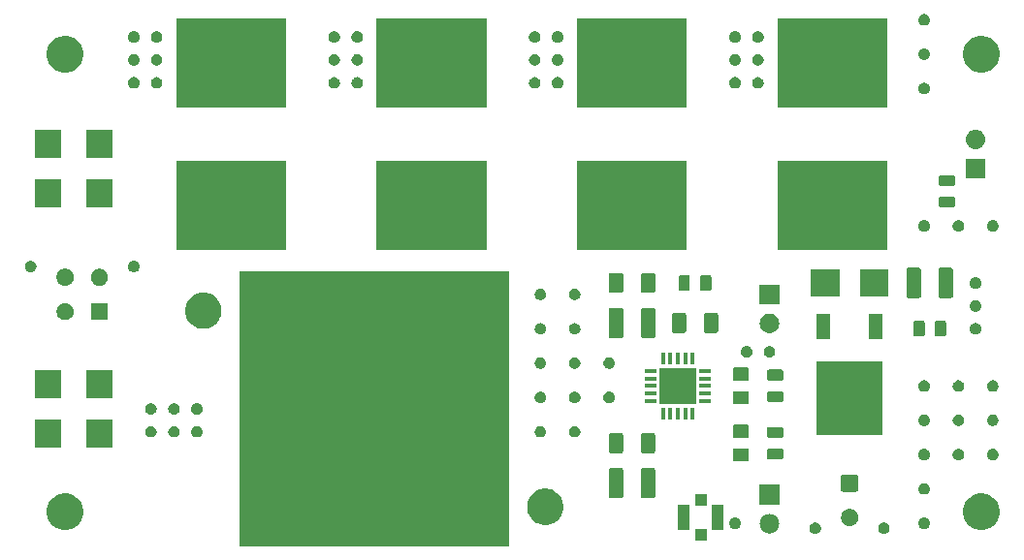
<source format=gbr>
G04 #@! TF.GenerationSoftware,KiCad,Pcbnew,(5.0.1-3-g963ef8bb5)*
G04 #@! TF.CreationDate,2019-08-31T01:17:06-07:00*
G04 #@! TF.ProjectId,gppr,677070722E6B696361645F7063620000,rev?*
G04 #@! TF.SameCoordinates,Original*
G04 #@! TF.FileFunction,Soldermask,Top*
G04 #@! TF.FilePolarity,Negative*
%FSLAX46Y46*%
G04 Gerber Fmt 4.6, Leading zero omitted, Abs format (unit mm)*
G04 Created by KiCad (PCBNEW (5.0.1-3-g963ef8bb5)) date Saturday, August 31, 2019 at 01:17:06 AM*
%MOMM*%
%LPD*%
G01*
G04 APERTURE LIST*
%ADD10C,0.100000*%
G04 APERTURE END LIST*
D10*
G36*
X143749999Y-123999999D02*
X143749998Y-123999999D01*
X143750000Y-124000000D01*
X143750001Y-124000001D01*
X143750605Y-124006137D01*
X143750605Y-147993863D01*
X143750001Y-147999999D01*
X143749999Y-148000001D01*
X143743863Y-148000605D01*
X120256137Y-148000605D01*
X120250001Y-148000001D01*
X120249999Y-147999999D01*
X120249395Y-147993863D01*
X120249395Y-124006137D01*
X120249999Y-124000001D01*
X120250000Y-124000000D01*
X120250002Y-123999999D01*
X120250001Y-123999999D01*
X120256137Y-123999395D01*
X143743863Y-123999395D01*
X143749999Y-123999999D01*
X143749999Y-123999999D01*
G37*
G36*
X161000000Y-147500000D02*
X160000000Y-147500000D01*
X160000000Y-146500000D01*
X161000000Y-146500000D01*
X161000000Y-147500000D01*
X161000000Y-147500000D01*
G37*
G36*
X176603309Y-145950754D02*
X176645845Y-145959215D01*
X176693705Y-145979039D01*
X176736839Y-145996906D01*
X176771313Y-146019941D01*
X176818734Y-146051627D01*
X176888373Y-146121266D01*
X176888375Y-146121269D01*
X176917356Y-146164641D01*
X176943095Y-146203163D01*
X176962495Y-146250000D01*
X176980785Y-146294155D01*
X177000000Y-146390754D01*
X177000000Y-146489246D01*
X176990200Y-146538513D01*
X176980785Y-146585845D01*
X176943095Y-146676837D01*
X176888373Y-146758734D01*
X176818734Y-146828373D01*
X176818731Y-146828375D01*
X176736839Y-146883094D01*
X176736838Y-146883095D01*
X176736837Y-146883095D01*
X176645845Y-146920785D01*
X176549246Y-146940000D01*
X176450754Y-146940000D01*
X176354155Y-146920785D01*
X176263163Y-146883095D01*
X176263162Y-146883095D01*
X176263161Y-146883094D01*
X176181269Y-146828375D01*
X176181266Y-146828373D01*
X176111627Y-146758734D01*
X176056905Y-146676837D01*
X176019215Y-146585845D01*
X176009800Y-146538513D01*
X176000000Y-146489246D01*
X176000000Y-146390754D01*
X176019215Y-146294155D01*
X176037505Y-146250000D01*
X176056905Y-146203163D01*
X176082645Y-146164641D01*
X176111625Y-146121269D01*
X176111627Y-146121266D01*
X176181266Y-146051627D01*
X176228687Y-146019941D01*
X176263161Y-145996906D01*
X176306296Y-145979039D01*
X176354155Y-145959215D01*
X176396691Y-145950754D01*
X176450754Y-145940000D01*
X176549246Y-145940000D01*
X176603309Y-145950754D01*
X176603309Y-145950754D01*
G37*
G36*
X170603309Y-145950754D02*
X170645845Y-145959215D01*
X170693705Y-145979039D01*
X170736839Y-145996906D01*
X170771313Y-146019941D01*
X170818734Y-146051627D01*
X170888373Y-146121266D01*
X170888375Y-146121269D01*
X170917356Y-146164641D01*
X170943095Y-146203163D01*
X170962495Y-146250000D01*
X170980785Y-146294155D01*
X171000000Y-146390754D01*
X171000000Y-146489246D01*
X170990200Y-146538513D01*
X170980785Y-146585845D01*
X170943095Y-146676837D01*
X170888373Y-146758734D01*
X170818734Y-146828373D01*
X170818731Y-146828375D01*
X170736839Y-146883094D01*
X170736838Y-146883095D01*
X170736837Y-146883095D01*
X170645845Y-146920785D01*
X170549246Y-146940000D01*
X170450754Y-146940000D01*
X170354155Y-146920785D01*
X170263163Y-146883095D01*
X170263162Y-146883095D01*
X170263161Y-146883094D01*
X170181269Y-146828375D01*
X170181266Y-146828373D01*
X170111627Y-146758734D01*
X170056905Y-146676837D01*
X170019215Y-146585845D01*
X170009800Y-146538513D01*
X170000000Y-146489246D01*
X170000000Y-146390754D01*
X170019215Y-146294155D01*
X170037505Y-146250000D01*
X170056905Y-146203163D01*
X170082645Y-146164641D01*
X170111625Y-146121269D01*
X170111627Y-146121266D01*
X170181266Y-146051627D01*
X170228687Y-146019941D01*
X170263161Y-145996906D01*
X170306296Y-145979039D01*
X170354155Y-145959215D01*
X170396691Y-145950754D01*
X170450754Y-145940000D01*
X170549246Y-145940000D01*
X170603309Y-145950754D01*
X170603309Y-145950754D01*
G37*
G36*
X166666630Y-145202299D02*
X166826855Y-145250903D01*
X166974520Y-145329831D01*
X167103949Y-145436051D01*
X167210169Y-145565480D01*
X167289097Y-145713145D01*
X167337701Y-145873370D01*
X167354112Y-146040000D01*
X167337701Y-146206630D01*
X167289097Y-146366855D01*
X167210169Y-146514520D01*
X167103949Y-146643949D01*
X166974520Y-146750169D01*
X166826855Y-146829097D01*
X166666630Y-146877701D01*
X166541752Y-146890000D01*
X166458248Y-146890000D01*
X166333370Y-146877701D01*
X166173145Y-146829097D01*
X166025480Y-146750169D01*
X165896051Y-146643949D01*
X165789831Y-146514520D01*
X165710903Y-146366855D01*
X165662299Y-146206630D01*
X165645888Y-146040000D01*
X165662299Y-145873370D01*
X165710903Y-145713145D01*
X165789831Y-145565480D01*
X165896051Y-145436051D01*
X166025480Y-145329831D01*
X166173145Y-145250903D01*
X166333370Y-145202299D01*
X166458248Y-145190000D01*
X166541752Y-145190000D01*
X166666630Y-145202299D01*
X166666630Y-145202299D01*
G37*
G36*
X185466703Y-143461486D02*
X185757883Y-143582097D01*
X186019944Y-143757201D01*
X186242799Y-143980056D01*
X186417903Y-144242117D01*
X186538514Y-144533297D01*
X186600000Y-144842412D01*
X186600000Y-145157588D01*
X186538514Y-145466703D01*
X186417903Y-145757883D01*
X186242799Y-146019944D01*
X186019944Y-146242799D01*
X185757883Y-146417903D01*
X185466703Y-146538514D01*
X185157588Y-146600000D01*
X184842412Y-146600000D01*
X184533297Y-146538514D01*
X184242117Y-146417903D01*
X183980056Y-146242799D01*
X183757201Y-146019944D01*
X183582097Y-145757883D01*
X183461486Y-145466703D01*
X183400000Y-145157588D01*
X183400000Y-144842412D01*
X183461486Y-144533297D01*
X183582097Y-144242117D01*
X183757201Y-143980056D01*
X183980056Y-143757201D01*
X184242117Y-143582097D01*
X184533297Y-143461486D01*
X184842412Y-143400000D01*
X185157588Y-143400000D01*
X185466703Y-143461486D01*
X185466703Y-143461486D01*
G37*
G36*
X105466703Y-143461486D02*
X105757883Y-143582097D01*
X106019944Y-143757201D01*
X106242799Y-143980056D01*
X106417903Y-144242117D01*
X106538514Y-144533297D01*
X106600000Y-144842412D01*
X106600000Y-145157588D01*
X106538514Y-145466703D01*
X106417903Y-145757883D01*
X106242799Y-146019944D01*
X106019944Y-146242799D01*
X105757883Y-146417903D01*
X105466703Y-146538514D01*
X105157588Y-146600000D01*
X104842412Y-146600000D01*
X104533297Y-146538514D01*
X104242117Y-146417903D01*
X103980056Y-146242799D01*
X103757201Y-146019944D01*
X103582097Y-145757883D01*
X103461486Y-145466703D01*
X103400000Y-145157588D01*
X103400000Y-144842412D01*
X103461486Y-144533297D01*
X103582097Y-144242117D01*
X103757201Y-143980056D01*
X103980056Y-143757201D01*
X104242117Y-143582097D01*
X104533297Y-143461486D01*
X104842412Y-143400000D01*
X105157588Y-143400000D01*
X105466703Y-143461486D01*
X105466703Y-143461486D01*
G37*
G36*
X162500000Y-146600000D02*
X161450000Y-146600000D01*
X161450000Y-144400000D01*
X162500000Y-144400000D01*
X162500000Y-146600000D01*
X162500000Y-146600000D01*
G37*
G36*
X159550000Y-146600000D02*
X158500000Y-146600000D01*
X158500000Y-144400000D01*
X159550000Y-144400000D01*
X159550000Y-146600000D01*
X159550000Y-146600000D01*
G37*
G36*
X163645845Y-145519215D02*
X163736839Y-145556906D01*
X163817640Y-145610896D01*
X163818734Y-145611627D01*
X163888373Y-145681266D01*
X163888375Y-145681269D01*
X163943094Y-145763161D01*
X163980785Y-145854155D01*
X164000000Y-145950754D01*
X164000000Y-146049246D01*
X163980785Y-146145845D01*
X163955608Y-146206629D01*
X163943094Y-146236839D01*
X163939110Y-146242801D01*
X163888373Y-146318734D01*
X163818734Y-146388373D01*
X163818731Y-146388375D01*
X163736839Y-146443094D01*
X163645845Y-146480785D01*
X163549246Y-146500000D01*
X163450754Y-146500000D01*
X163354155Y-146480785D01*
X163263161Y-146443094D01*
X163181269Y-146388375D01*
X163181266Y-146388373D01*
X163111627Y-146318734D01*
X163060890Y-146242801D01*
X163056906Y-146236839D01*
X163044393Y-146206629D01*
X163019215Y-146145845D01*
X163000000Y-146049246D01*
X163000000Y-145950754D01*
X163019215Y-145854155D01*
X163056906Y-145763161D01*
X163111625Y-145681269D01*
X163111627Y-145681266D01*
X163181266Y-145611627D01*
X163182360Y-145610896D01*
X163263161Y-145556906D01*
X163354155Y-145519215D01*
X163450754Y-145500000D01*
X163549246Y-145500000D01*
X163645845Y-145519215D01*
X163645845Y-145519215D01*
G37*
G36*
X180145845Y-145519215D02*
X180236839Y-145556906D01*
X180317640Y-145610896D01*
X180318734Y-145611627D01*
X180388373Y-145681266D01*
X180388375Y-145681269D01*
X180443094Y-145763161D01*
X180480785Y-145854155D01*
X180500000Y-145950754D01*
X180500000Y-146049246D01*
X180480785Y-146145845D01*
X180455608Y-146206629D01*
X180443094Y-146236839D01*
X180439110Y-146242801D01*
X180388373Y-146318734D01*
X180318734Y-146388373D01*
X180318731Y-146388375D01*
X180236839Y-146443094D01*
X180145845Y-146480785D01*
X180049246Y-146500000D01*
X179950754Y-146500000D01*
X179854155Y-146480785D01*
X179763161Y-146443094D01*
X179681269Y-146388375D01*
X179681266Y-146388373D01*
X179611627Y-146318734D01*
X179560890Y-146242801D01*
X179556906Y-146236839D01*
X179544393Y-146206629D01*
X179519215Y-146145845D01*
X179500000Y-146049246D01*
X179500000Y-145950754D01*
X179519215Y-145854155D01*
X179556906Y-145763161D01*
X179611625Y-145681269D01*
X179611627Y-145681266D01*
X179681266Y-145611627D01*
X179682360Y-145610896D01*
X179763161Y-145556906D01*
X179854155Y-145519215D01*
X179950754Y-145500000D01*
X180049246Y-145500000D01*
X180145845Y-145519215D01*
X180145845Y-145519215D01*
G37*
G36*
X173646318Y-144764411D02*
X173718767Y-144778822D01*
X173775303Y-144802240D01*
X173855257Y-144835358D01*
X173978100Y-144917439D01*
X174082561Y-145021900D01*
X174164642Y-145144743D01*
X174221178Y-145281234D01*
X174250000Y-145426130D01*
X174250000Y-145573870D01*
X174221178Y-145718766D01*
X174164642Y-145855257D01*
X174082561Y-145978100D01*
X173978100Y-146082561D01*
X173855257Y-146164642D01*
X173775303Y-146197760D01*
X173718767Y-146221178D01*
X173646318Y-146235589D01*
X173573870Y-146250000D01*
X173426130Y-146250000D01*
X173353682Y-146235589D01*
X173281233Y-146221178D01*
X173224697Y-146197760D01*
X173144743Y-146164642D01*
X173021900Y-146082561D01*
X172917439Y-145978100D01*
X172835358Y-145855257D01*
X172778822Y-145718766D01*
X172750000Y-145573870D01*
X172750000Y-145426130D01*
X172778822Y-145281234D01*
X172835358Y-145144743D01*
X172917439Y-145021900D01*
X173021900Y-144917439D01*
X173144743Y-144835358D01*
X173224697Y-144802240D01*
X173281233Y-144778822D01*
X173353682Y-144764411D01*
X173426130Y-144750000D01*
X173573870Y-144750000D01*
X173646318Y-144764411D01*
X173646318Y-144764411D01*
G37*
G36*
X147291391Y-143020735D02*
X147393786Y-143041103D01*
X147480914Y-143077193D01*
X147683146Y-143160960D01*
X147943569Y-143334969D01*
X148165031Y-143556431D01*
X148339040Y-143816854D01*
X148458897Y-144106215D01*
X148520000Y-144413397D01*
X148520000Y-144726603D01*
X148458897Y-145033785D01*
X148339040Y-145323146D01*
X148165031Y-145583569D01*
X147943569Y-145805031D01*
X147683146Y-145979040D01*
X147535975Y-146040000D01*
X147393786Y-146098897D01*
X147291391Y-146119265D01*
X147086603Y-146160000D01*
X146773397Y-146160000D01*
X146568609Y-146119265D01*
X146466214Y-146098897D01*
X146324025Y-146040000D01*
X146176854Y-145979040D01*
X145916431Y-145805031D01*
X145694969Y-145583569D01*
X145520960Y-145323146D01*
X145401103Y-145033785D01*
X145340000Y-144726603D01*
X145340000Y-144413397D01*
X145401103Y-144106215D01*
X145520960Y-143816854D01*
X145694969Y-143556431D01*
X145916431Y-143334969D01*
X146176854Y-143160960D01*
X146379086Y-143077193D01*
X146466214Y-143041103D01*
X146568609Y-143020735D01*
X146773397Y-142980000D01*
X147086603Y-142980000D01*
X147291391Y-143020735D01*
X147291391Y-143020735D01*
G37*
G36*
X161000000Y-144500000D02*
X160000000Y-144500000D01*
X160000000Y-143500000D01*
X161000000Y-143500000D01*
X161000000Y-144500000D01*
X161000000Y-144500000D01*
G37*
G36*
X167350000Y-144350000D02*
X165650000Y-144350000D01*
X165650000Y-142650000D01*
X167350000Y-142650000D01*
X167350000Y-144350000D01*
X167350000Y-144350000D01*
G37*
G36*
X156384024Y-141178955D02*
X156416736Y-141188879D01*
X156446890Y-141204997D01*
X156473316Y-141226684D01*
X156495003Y-141253110D01*
X156511121Y-141283264D01*
X156521045Y-141315976D01*
X156525000Y-141356138D01*
X156525000Y-143643862D01*
X156521045Y-143684024D01*
X156511121Y-143716736D01*
X156495003Y-143746890D01*
X156473316Y-143773316D01*
X156446890Y-143795003D01*
X156416736Y-143811121D01*
X156384024Y-143821045D01*
X156343862Y-143825000D01*
X155456138Y-143825000D01*
X155415976Y-143821045D01*
X155383264Y-143811121D01*
X155353110Y-143795003D01*
X155326684Y-143773316D01*
X155304997Y-143746890D01*
X155288879Y-143716736D01*
X155278955Y-143684024D01*
X155275000Y-143643862D01*
X155275000Y-141356138D01*
X155278955Y-141315976D01*
X155288879Y-141283264D01*
X155304997Y-141253110D01*
X155326684Y-141226684D01*
X155353110Y-141204997D01*
X155383264Y-141188879D01*
X155415976Y-141178955D01*
X155456138Y-141175000D01*
X156343862Y-141175000D01*
X156384024Y-141178955D01*
X156384024Y-141178955D01*
G37*
G36*
X153584024Y-141178955D02*
X153616736Y-141188879D01*
X153646890Y-141204997D01*
X153673316Y-141226684D01*
X153695003Y-141253110D01*
X153711121Y-141283264D01*
X153721045Y-141315976D01*
X153725000Y-141356138D01*
X153725000Y-143643862D01*
X153721045Y-143684024D01*
X153711121Y-143716736D01*
X153695003Y-143746890D01*
X153673316Y-143773316D01*
X153646890Y-143795003D01*
X153616736Y-143811121D01*
X153584024Y-143821045D01*
X153543862Y-143825000D01*
X152656138Y-143825000D01*
X152615976Y-143821045D01*
X152583264Y-143811121D01*
X152553110Y-143795003D01*
X152526684Y-143773316D01*
X152504997Y-143746890D01*
X152488879Y-143716736D01*
X152478955Y-143684024D01*
X152475000Y-143643862D01*
X152475000Y-141356138D01*
X152478955Y-141315976D01*
X152488879Y-141283264D01*
X152504997Y-141253110D01*
X152526684Y-141226684D01*
X152553110Y-141204997D01*
X152583264Y-141188879D01*
X152615976Y-141178955D01*
X152656138Y-141175000D01*
X153543862Y-141175000D01*
X153584024Y-141178955D01*
X153584024Y-141178955D01*
G37*
G36*
X180145845Y-142519215D02*
X180236839Y-142556906D01*
X180317640Y-142610896D01*
X180318734Y-142611627D01*
X180388373Y-142681266D01*
X180443095Y-142763163D01*
X180480785Y-142854155D01*
X180500000Y-142950755D01*
X180500000Y-143049245D01*
X180480785Y-143145845D01*
X180449485Y-143221411D01*
X180443094Y-143236839D01*
X180434300Y-143250000D01*
X180388373Y-143318734D01*
X180318734Y-143388373D01*
X180318731Y-143388375D01*
X180236839Y-143443094D01*
X180236838Y-143443095D01*
X180236837Y-143443095D01*
X180145845Y-143480785D01*
X180049246Y-143500000D01*
X179950754Y-143500000D01*
X179854155Y-143480785D01*
X179763163Y-143443095D01*
X179763162Y-143443095D01*
X179763161Y-143443094D01*
X179681269Y-143388375D01*
X179681266Y-143388373D01*
X179611627Y-143318734D01*
X179565700Y-143250000D01*
X179556906Y-143236839D01*
X179550516Y-143221411D01*
X179519215Y-143145845D01*
X179500000Y-143049245D01*
X179500000Y-142950755D01*
X179519215Y-142854155D01*
X179556905Y-142763163D01*
X179611627Y-142681266D01*
X179681266Y-142611627D01*
X179682360Y-142610896D01*
X179763161Y-142556906D01*
X179854155Y-142519215D01*
X179950754Y-142500000D01*
X180049246Y-142500000D01*
X180145845Y-142519215D01*
X180145845Y-142519215D01*
G37*
G36*
X174115731Y-141753795D02*
X174146882Y-141763245D01*
X174175590Y-141778589D01*
X174200757Y-141799243D01*
X174221411Y-141824410D01*
X174236755Y-141853118D01*
X174246205Y-141884269D01*
X174250000Y-141922807D01*
X174250000Y-143077193D01*
X174246205Y-143115731D01*
X174236755Y-143146882D01*
X174221411Y-143175590D01*
X174200757Y-143200757D01*
X174175590Y-143221411D01*
X174146882Y-143236755D01*
X174115731Y-143246205D01*
X174077193Y-143250000D01*
X172922807Y-143250000D01*
X172884269Y-143246205D01*
X172853118Y-143236755D01*
X172824410Y-143221411D01*
X172799243Y-143200757D01*
X172778589Y-143175590D01*
X172763245Y-143146882D01*
X172753795Y-143115731D01*
X172750000Y-143077193D01*
X172750000Y-141922807D01*
X172753795Y-141884269D01*
X172763245Y-141853118D01*
X172778589Y-141824410D01*
X172799243Y-141799243D01*
X172824410Y-141778589D01*
X172853118Y-141763245D01*
X172884269Y-141753795D01*
X172922807Y-141750000D01*
X174077193Y-141750000D01*
X174115731Y-141753795D01*
X174115731Y-141753795D01*
G37*
G36*
X164555522Y-139454039D02*
X164589053Y-139464211D01*
X164619960Y-139480731D01*
X164647043Y-139502957D01*
X164669269Y-139530040D01*
X164685789Y-139560947D01*
X164695961Y-139594478D01*
X164700000Y-139635487D01*
X164700000Y-140414513D01*
X164695961Y-140455522D01*
X164685789Y-140489053D01*
X164669269Y-140519960D01*
X164647043Y-140547043D01*
X164619960Y-140569269D01*
X164589053Y-140585789D01*
X164555522Y-140595961D01*
X164514513Y-140600000D01*
X163485487Y-140600000D01*
X163444478Y-140595961D01*
X163410947Y-140585789D01*
X163380040Y-140569269D01*
X163352957Y-140547043D01*
X163330731Y-140519960D01*
X163314211Y-140489053D01*
X163304039Y-140455522D01*
X163300000Y-140414513D01*
X163300000Y-139635487D01*
X163304039Y-139594478D01*
X163314211Y-139560947D01*
X163330731Y-139530040D01*
X163352957Y-139502957D01*
X163380040Y-139480731D01*
X163410947Y-139464211D01*
X163444478Y-139454039D01*
X163485487Y-139450000D01*
X164514513Y-139450000D01*
X164555522Y-139454039D01*
X164555522Y-139454039D01*
G37*
G36*
X186145845Y-139519215D02*
X186174029Y-139530889D01*
X186236839Y-139556906D01*
X186293069Y-139594478D01*
X186318734Y-139611627D01*
X186388373Y-139681266D01*
X186443095Y-139763163D01*
X186480785Y-139854155D01*
X186500000Y-139950755D01*
X186500000Y-140049245D01*
X186480785Y-140145845D01*
X186443095Y-140236837D01*
X186388373Y-140318734D01*
X186318734Y-140388373D01*
X186318731Y-140388375D01*
X186236839Y-140443094D01*
X186145845Y-140480785D01*
X186049246Y-140500000D01*
X185950754Y-140500000D01*
X185854155Y-140480785D01*
X185763161Y-140443094D01*
X185681269Y-140388375D01*
X185681266Y-140388373D01*
X185611627Y-140318734D01*
X185556905Y-140236837D01*
X185519215Y-140145845D01*
X185500000Y-140049245D01*
X185500000Y-139950755D01*
X185519215Y-139854155D01*
X185556905Y-139763163D01*
X185611627Y-139681266D01*
X185681266Y-139611627D01*
X185706931Y-139594478D01*
X185763161Y-139556906D01*
X185825972Y-139530889D01*
X185854155Y-139519215D01*
X185950754Y-139500000D01*
X186049246Y-139500000D01*
X186145845Y-139519215D01*
X186145845Y-139519215D01*
G37*
G36*
X183145845Y-139519215D02*
X183174029Y-139530889D01*
X183236839Y-139556906D01*
X183293069Y-139594478D01*
X183318734Y-139611627D01*
X183388373Y-139681266D01*
X183443095Y-139763163D01*
X183480785Y-139854155D01*
X183500000Y-139950755D01*
X183500000Y-140049245D01*
X183480785Y-140145845D01*
X183443095Y-140236837D01*
X183388373Y-140318734D01*
X183318734Y-140388373D01*
X183318731Y-140388375D01*
X183236839Y-140443094D01*
X183145845Y-140480785D01*
X183049246Y-140500000D01*
X182950754Y-140500000D01*
X182854155Y-140480785D01*
X182763161Y-140443094D01*
X182681269Y-140388375D01*
X182681266Y-140388373D01*
X182611627Y-140318734D01*
X182556905Y-140236837D01*
X182519215Y-140145845D01*
X182500000Y-140049245D01*
X182500000Y-139950755D01*
X182519215Y-139854155D01*
X182556905Y-139763163D01*
X182611627Y-139681266D01*
X182681266Y-139611627D01*
X182706931Y-139594478D01*
X182763161Y-139556906D01*
X182825972Y-139530889D01*
X182854155Y-139519215D01*
X182950754Y-139500000D01*
X183049246Y-139500000D01*
X183145845Y-139519215D01*
X183145845Y-139519215D01*
G37*
G36*
X180145845Y-139519215D02*
X180174029Y-139530889D01*
X180236839Y-139556906D01*
X180293069Y-139594478D01*
X180318734Y-139611627D01*
X180388373Y-139681266D01*
X180443095Y-139763163D01*
X180480785Y-139854155D01*
X180500000Y-139950755D01*
X180500000Y-140049245D01*
X180480785Y-140145845D01*
X180443095Y-140236837D01*
X180388373Y-140318734D01*
X180318734Y-140388373D01*
X180318731Y-140388375D01*
X180236839Y-140443094D01*
X180145845Y-140480785D01*
X180049246Y-140500000D01*
X179950754Y-140500000D01*
X179854155Y-140480785D01*
X179763161Y-140443094D01*
X179681269Y-140388375D01*
X179681266Y-140388373D01*
X179611627Y-140318734D01*
X179556905Y-140236837D01*
X179519215Y-140145845D01*
X179500000Y-140049245D01*
X179500000Y-139950755D01*
X179519215Y-139854155D01*
X179556905Y-139763163D01*
X179611627Y-139681266D01*
X179681266Y-139611627D01*
X179706931Y-139594478D01*
X179763161Y-139556906D01*
X179825972Y-139530889D01*
X179854155Y-139519215D01*
X179950754Y-139500000D01*
X180049246Y-139500000D01*
X180145845Y-139519215D01*
X180145845Y-139519215D01*
G37*
G36*
X167553992Y-139454076D02*
X167587883Y-139464357D01*
X167619111Y-139481048D01*
X167646485Y-139503515D01*
X167668952Y-139530889D01*
X167685643Y-139562117D01*
X167695924Y-139596008D01*
X167700000Y-139637391D01*
X167700000Y-140237609D01*
X167695924Y-140278992D01*
X167685643Y-140312883D01*
X167668952Y-140344111D01*
X167646485Y-140371485D01*
X167619111Y-140393952D01*
X167587883Y-140410643D01*
X167553992Y-140420924D01*
X167512609Y-140425000D01*
X166487391Y-140425000D01*
X166446008Y-140420924D01*
X166412117Y-140410643D01*
X166380889Y-140393952D01*
X166353515Y-140371485D01*
X166331048Y-140344111D01*
X166314357Y-140312883D01*
X166304076Y-140278992D01*
X166300000Y-140237609D01*
X166300000Y-139637391D01*
X166304076Y-139596008D01*
X166314357Y-139562117D01*
X166331048Y-139530889D01*
X166353515Y-139503515D01*
X166380889Y-139481048D01*
X166412117Y-139464357D01*
X166446008Y-139454076D01*
X166487391Y-139450000D01*
X167512609Y-139450000D01*
X167553992Y-139454076D01*
X167553992Y-139454076D01*
G37*
G36*
X156384024Y-138128955D02*
X156416736Y-138138879D01*
X156446890Y-138154997D01*
X156473316Y-138176684D01*
X156495003Y-138203110D01*
X156511121Y-138233264D01*
X156521045Y-138265976D01*
X156525000Y-138306138D01*
X156525000Y-139693862D01*
X156521045Y-139734024D01*
X156511121Y-139766736D01*
X156495003Y-139796890D01*
X156473316Y-139823316D01*
X156446890Y-139845003D01*
X156416736Y-139861121D01*
X156384024Y-139871045D01*
X156343862Y-139875000D01*
X155456138Y-139875000D01*
X155415976Y-139871045D01*
X155383264Y-139861121D01*
X155353110Y-139845003D01*
X155326684Y-139823316D01*
X155304997Y-139796890D01*
X155288879Y-139766736D01*
X155278955Y-139734024D01*
X155275000Y-139693862D01*
X155275000Y-138306138D01*
X155278955Y-138265976D01*
X155288879Y-138233264D01*
X155304997Y-138203110D01*
X155326684Y-138176684D01*
X155353110Y-138154997D01*
X155383264Y-138138879D01*
X155415976Y-138128955D01*
X155456138Y-138125000D01*
X156343862Y-138125000D01*
X156384024Y-138128955D01*
X156384024Y-138128955D01*
G37*
G36*
X153584024Y-138128955D02*
X153616736Y-138138879D01*
X153646890Y-138154997D01*
X153673316Y-138176684D01*
X153695003Y-138203110D01*
X153711121Y-138233264D01*
X153721045Y-138265976D01*
X153725000Y-138306138D01*
X153725000Y-139693862D01*
X153721045Y-139734024D01*
X153711121Y-139766736D01*
X153695003Y-139796890D01*
X153673316Y-139823316D01*
X153646890Y-139845003D01*
X153616736Y-139861121D01*
X153584024Y-139871045D01*
X153543862Y-139875000D01*
X152656138Y-139875000D01*
X152615976Y-139871045D01*
X152583264Y-139861121D01*
X152553110Y-139845003D01*
X152526684Y-139823316D01*
X152504997Y-139796890D01*
X152488879Y-139766736D01*
X152478955Y-139734024D01*
X152475000Y-139693862D01*
X152475000Y-138306138D01*
X152478955Y-138265976D01*
X152488879Y-138233264D01*
X152504997Y-138203110D01*
X152526684Y-138176684D01*
X152553110Y-138154997D01*
X152583264Y-138138879D01*
X152615976Y-138128955D01*
X152656138Y-138125000D01*
X153543862Y-138125000D01*
X153584024Y-138128955D01*
X153584024Y-138128955D01*
G37*
G36*
X104650000Y-139400000D02*
X102350000Y-139400000D01*
X102350000Y-136900000D01*
X104650000Y-136900000D01*
X104650000Y-139400000D01*
X104650000Y-139400000D01*
G37*
G36*
X109150000Y-139400000D02*
X106850000Y-139400000D01*
X106850000Y-136900000D01*
X109150000Y-136900000D01*
X109150000Y-139400000D01*
X109150000Y-139400000D01*
G37*
G36*
X167553992Y-137579076D02*
X167587883Y-137589357D01*
X167619111Y-137606048D01*
X167646485Y-137628515D01*
X167668952Y-137655889D01*
X167685643Y-137687117D01*
X167695924Y-137721008D01*
X167700000Y-137762391D01*
X167700000Y-138362609D01*
X167695924Y-138403992D01*
X167685643Y-138437883D01*
X167668952Y-138469111D01*
X167646485Y-138496485D01*
X167619111Y-138518952D01*
X167587883Y-138535643D01*
X167553992Y-138545924D01*
X167512609Y-138550000D01*
X166487391Y-138550000D01*
X166446008Y-138545924D01*
X166412117Y-138535643D01*
X166380889Y-138518952D01*
X166353515Y-138496485D01*
X166331048Y-138469111D01*
X166314357Y-138437883D01*
X166304076Y-138403992D01*
X166300000Y-138362609D01*
X166300000Y-137762391D01*
X166304076Y-137721008D01*
X166314357Y-137687117D01*
X166331048Y-137655889D01*
X166353515Y-137628515D01*
X166380889Y-137606048D01*
X166412117Y-137589357D01*
X166446008Y-137579076D01*
X166487391Y-137575000D01*
X167512609Y-137575000D01*
X167553992Y-137579076D01*
X167553992Y-137579076D01*
G37*
G36*
X164555522Y-137404039D02*
X164589053Y-137414211D01*
X164619960Y-137430731D01*
X164647043Y-137452957D01*
X164669269Y-137480040D01*
X164685789Y-137510947D01*
X164695961Y-137544478D01*
X164700000Y-137585487D01*
X164700000Y-138364513D01*
X164695961Y-138405522D01*
X164685789Y-138439053D01*
X164669269Y-138469960D01*
X164647043Y-138497043D01*
X164619960Y-138519269D01*
X164589053Y-138535789D01*
X164555522Y-138545961D01*
X164514513Y-138550000D01*
X163485487Y-138550000D01*
X163444478Y-138545961D01*
X163410947Y-138535789D01*
X163380040Y-138519269D01*
X163352957Y-138497043D01*
X163330731Y-138469960D01*
X163314211Y-138439053D01*
X163304039Y-138405522D01*
X163300000Y-138364513D01*
X163300000Y-137585487D01*
X163304039Y-137544478D01*
X163314211Y-137510947D01*
X163330731Y-137480040D01*
X163352957Y-137452957D01*
X163380040Y-137430731D01*
X163410947Y-137414211D01*
X163444478Y-137404039D01*
X163485487Y-137400000D01*
X164514513Y-137400000D01*
X164555522Y-137404039D01*
X164555522Y-137404039D01*
G37*
G36*
X149645845Y-137519215D02*
X149736839Y-137556906D01*
X149817640Y-137610896D01*
X149818734Y-137611627D01*
X149888373Y-137681266D01*
X149943095Y-137763163D01*
X149980785Y-137854155D01*
X150000000Y-137950755D01*
X150000000Y-138049245D01*
X149980785Y-138145845D01*
X149943095Y-138236837D01*
X149888373Y-138318734D01*
X149818734Y-138388373D01*
X149818731Y-138388375D01*
X149736839Y-138443094D01*
X149736838Y-138443095D01*
X149736837Y-138443095D01*
X149671979Y-138469960D01*
X149645845Y-138480785D01*
X149549246Y-138500000D01*
X149450754Y-138500000D01*
X149354155Y-138480785D01*
X149328021Y-138469960D01*
X149263163Y-138443095D01*
X149263162Y-138443095D01*
X149263161Y-138443094D01*
X149181269Y-138388375D01*
X149181266Y-138388373D01*
X149111627Y-138318734D01*
X149056905Y-138236837D01*
X149019215Y-138145845D01*
X149000000Y-138049245D01*
X149000000Y-137950755D01*
X149019215Y-137854155D01*
X149056905Y-137763163D01*
X149111627Y-137681266D01*
X149181266Y-137611627D01*
X149182360Y-137610896D01*
X149263161Y-137556906D01*
X149354155Y-137519215D01*
X149450754Y-137500000D01*
X149549246Y-137500000D01*
X149645845Y-137519215D01*
X149645845Y-137519215D01*
G37*
G36*
X146645845Y-137519215D02*
X146736839Y-137556906D01*
X146817640Y-137610896D01*
X146818734Y-137611627D01*
X146888373Y-137681266D01*
X146943095Y-137763163D01*
X146980785Y-137854155D01*
X147000000Y-137950755D01*
X147000000Y-138049245D01*
X146980785Y-138145845D01*
X146943095Y-138236837D01*
X146888373Y-138318734D01*
X146818734Y-138388373D01*
X146818731Y-138388375D01*
X146736839Y-138443094D01*
X146736838Y-138443095D01*
X146736837Y-138443095D01*
X146671979Y-138469960D01*
X146645845Y-138480785D01*
X146549246Y-138500000D01*
X146450754Y-138500000D01*
X146354155Y-138480785D01*
X146328021Y-138469960D01*
X146263163Y-138443095D01*
X146263162Y-138443095D01*
X146263161Y-138443094D01*
X146181269Y-138388375D01*
X146181266Y-138388373D01*
X146111627Y-138318734D01*
X146056905Y-138236837D01*
X146019215Y-138145845D01*
X146000000Y-138049245D01*
X146000000Y-137950755D01*
X146019215Y-137854155D01*
X146056905Y-137763163D01*
X146111627Y-137681266D01*
X146181266Y-137611627D01*
X146182360Y-137610896D01*
X146263161Y-137556906D01*
X146354155Y-137519215D01*
X146450754Y-137500000D01*
X146549246Y-137500000D01*
X146645845Y-137519215D01*
X146645845Y-137519215D01*
G37*
G36*
X112645845Y-137519215D02*
X112736839Y-137556906D01*
X112817640Y-137610896D01*
X112818734Y-137611627D01*
X112888373Y-137681266D01*
X112943095Y-137763163D01*
X112980785Y-137854155D01*
X113000000Y-137950755D01*
X113000000Y-138049245D01*
X112980785Y-138145845D01*
X112943095Y-138236837D01*
X112888373Y-138318734D01*
X112818734Y-138388373D01*
X112818731Y-138388375D01*
X112736839Y-138443094D01*
X112736838Y-138443095D01*
X112736837Y-138443095D01*
X112671979Y-138469960D01*
X112645845Y-138480785D01*
X112549246Y-138500000D01*
X112450754Y-138500000D01*
X112354155Y-138480785D01*
X112328021Y-138469960D01*
X112263163Y-138443095D01*
X112263162Y-138443095D01*
X112263161Y-138443094D01*
X112181269Y-138388375D01*
X112181266Y-138388373D01*
X112111627Y-138318734D01*
X112056905Y-138236837D01*
X112019215Y-138145845D01*
X112000000Y-138049245D01*
X112000000Y-137950755D01*
X112019215Y-137854155D01*
X112056905Y-137763163D01*
X112111627Y-137681266D01*
X112181266Y-137611627D01*
X112182360Y-137610896D01*
X112263161Y-137556906D01*
X112354155Y-137519215D01*
X112450754Y-137500000D01*
X112549246Y-137500000D01*
X112645845Y-137519215D01*
X112645845Y-137519215D01*
G37*
G36*
X114645845Y-137519215D02*
X114736839Y-137556906D01*
X114817640Y-137610896D01*
X114818734Y-137611627D01*
X114888373Y-137681266D01*
X114943095Y-137763163D01*
X114980785Y-137854155D01*
X115000000Y-137950755D01*
X115000000Y-138049245D01*
X114980785Y-138145845D01*
X114943095Y-138236837D01*
X114888373Y-138318734D01*
X114818734Y-138388373D01*
X114818731Y-138388375D01*
X114736839Y-138443094D01*
X114736838Y-138443095D01*
X114736837Y-138443095D01*
X114671979Y-138469960D01*
X114645845Y-138480785D01*
X114549246Y-138500000D01*
X114450754Y-138500000D01*
X114354155Y-138480785D01*
X114328021Y-138469960D01*
X114263163Y-138443095D01*
X114263162Y-138443095D01*
X114263161Y-138443094D01*
X114181269Y-138388375D01*
X114181266Y-138388373D01*
X114111627Y-138318734D01*
X114056905Y-138236837D01*
X114019215Y-138145845D01*
X114000000Y-138049245D01*
X114000000Y-137950755D01*
X114019215Y-137854155D01*
X114056905Y-137763163D01*
X114111627Y-137681266D01*
X114181266Y-137611627D01*
X114182360Y-137610896D01*
X114263161Y-137556906D01*
X114354155Y-137519215D01*
X114450754Y-137500000D01*
X114549246Y-137500000D01*
X114645845Y-137519215D01*
X114645845Y-137519215D01*
G37*
G36*
X116645845Y-137519215D02*
X116736839Y-137556906D01*
X116817640Y-137610896D01*
X116818734Y-137611627D01*
X116888373Y-137681266D01*
X116943095Y-137763163D01*
X116980785Y-137854155D01*
X117000000Y-137950755D01*
X117000000Y-138049245D01*
X116980785Y-138145845D01*
X116943095Y-138236837D01*
X116888373Y-138318734D01*
X116818734Y-138388373D01*
X116818731Y-138388375D01*
X116736839Y-138443094D01*
X116736838Y-138443095D01*
X116736837Y-138443095D01*
X116671979Y-138469960D01*
X116645845Y-138480785D01*
X116549246Y-138500000D01*
X116450754Y-138500000D01*
X116354155Y-138480785D01*
X116328021Y-138469960D01*
X116263163Y-138443095D01*
X116263162Y-138443095D01*
X116263161Y-138443094D01*
X116181269Y-138388375D01*
X116181266Y-138388373D01*
X116111627Y-138318734D01*
X116056905Y-138236837D01*
X116019215Y-138145845D01*
X116000000Y-138049245D01*
X116000000Y-137950755D01*
X116019215Y-137854155D01*
X116056905Y-137763163D01*
X116111627Y-137681266D01*
X116181266Y-137611627D01*
X116182360Y-137610896D01*
X116263161Y-137556906D01*
X116354155Y-137519215D01*
X116450754Y-137500000D01*
X116549246Y-137500000D01*
X116645845Y-137519215D01*
X116645845Y-137519215D01*
G37*
G36*
X176400000Y-138300000D02*
X170600000Y-138300000D01*
X170600000Y-131900000D01*
X176400000Y-131900000D01*
X176400000Y-138300000D01*
X176400000Y-138300000D01*
G37*
G36*
X183145845Y-136519215D02*
X183236839Y-136556906D01*
X183317640Y-136610896D01*
X183318734Y-136611627D01*
X183388373Y-136681266D01*
X183443095Y-136763163D01*
X183480785Y-136854155D01*
X183500000Y-136950755D01*
X183500000Y-137049245D01*
X183480785Y-137145845D01*
X183443095Y-137236837D01*
X183388373Y-137318734D01*
X183318734Y-137388373D01*
X183318731Y-137388375D01*
X183236839Y-137443094D01*
X183145845Y-137480785D01*
X183049246Y-137500000D01*
X182950754Y-137500000D01*
X182854155Y-137480785D01*
X182763161Y-137443094D01*
X182681269Y-137388375D01*
X182681266Y-137388373D01*
X182611627Y-137318734D01*
X182556905Y-137236837D01*
X182519215Y-137145845D01*
X182500000Y-137049245D01*
X182500000Y-136950755D01*
X182519215Y-136854155D01*
X182556905Y-136763163D01*
X182611627Y-136681266D01*
X182681266Y-136611627D01*
X182682360Y-136610896D01*
X182763161Y-136556906D01*
X182854155Y-136519215D01*
X182950754Y-136500000D01*
X183049246Y-136500000D01*
X183145845Y-136519215D01*
X183145845Y-136519215D01*
G37*
G36*
X186145845Y-136519215D02*
X186236839Y-136556906D01*
X186317640Y-136610896D01*
X186318734Y-136611627D01*
X186388373Y-136681266D01*
X186443095Y-136763163D01*
X186480785Y-136854155D01*
X186500000Y-136950755D01*
X186500000Y-137049245D01*
X186480785Y-137145845D01*
X186443095Y-137236837D01*
X186388373Y-137318734D01*
X186318734Y-137388373D01*
X186318731Y-137388375D01*
X186236839Y-137443094D01*
X186145845Y-137480785D01*
X186049246Y-137500000D01*
X185950754Y-137500000D01*
X185854155Y-137480785D01*
X185763161Y-137443094D01*
X185681269Y-137388375D01*
X185681266Y-137388373D01*
X185611627Y-137318734D01*
X185556905Y-137236837D01*
X185519215Y-137145845D01*
X185500000Y-137049245D01*
X185500000Y-136950755D01*
X185519215Y-136854155D01*
X185556905Y-136763163D01*
X185611627Y-136681266D01*
X185681266Y-136611627D01*
X185682360Y-136610896D01*
X185763161Y-136556906D01*
X185854155Y-136519215D01*
X185950754Y-136500000D01*
X186049246Y-136500000D01*
X186145845Y-136519215D01*
X186145845Y-136519215D01*
G37*
G36*
X180145845Y-136519215D02*
X180236839Y-136556906D01*
X180317640Y-136610896D01*
X180318734Y-136611627D01*
X180388373Y-136681266D01*
X180443095Y-136763163D01*
X180480785Y-136854155D01*
X180500000Y-136950755D01*
X180500000Y-137049245D01*
X180480785Y-137145845D01*
X180443095Y-137236837D01*
X180388373Y-137318734D01*
X180318734Y-137388373D01*
X180318731Y-137388375D01*
X180236839Y-137443094D01*
X180145845Y-137480785D01*
X180049246Y-137500000D01*
X179950754Y-137500000D01*
X179854155Y-137480785D01*
X179763161Y-137443094D01*
X179681269Y-137388375D01*
X179681266Y-137388373D01*
X179611627Y-137318734D01*
X179556905Y-137236837D01*
X179519215Y-137145845D01*
X179500000Y-137049245D01*
X179500000Y-136950755D01*
X179519215Y-136854155D01*
X179556905Y-136763163D01*
X179611627Y-136681266D01*
X179681266Y-136611627D01*
X179682360Y-136610896D01*
X179763161Y-136556906D01*
X179854155Y-136519215D01*
X179950754Y-136500000D01*
X180049246Y-136500000D01*
X180145845Y-136519215D01*
X180145845Y-136519215D01*
G37*
G36*
X159975000Y-136900000D02*
X159625000Y-136900000D01*
X159625000Y-135900000D01*
X159975000Y-135900000D01*
X159975000Y-136900000D01*
X159975000Y-136900000D01*
G37*
G36*
X159325000Y-136900000D02*
X158975000Y-136900000D01*
X158975000Y-135900000D01*
X159325000Y-135900000D01*
X159325000Y-136900000D01*
X159325000Y-136900000D01*
G37*
G36*
X158675000Y-136900000D02*
X158325000Y-136900000D01*
X158325000Y-135900000D01*
X158675000Y-135900000D01*
X158675000Y-136900000D01*
X158675000Y-136900000D01*
G37*
G36*
X158025000Y-136900000D02*
X157675000Y-136900000D01*
X157675000Y-135900000D01*
X158025000Y-135900000D01*
X158025000Y-136900000D01*
X158025000Y-136900000D01*
G37*
G36*
X157375000Y-136900000D02*
X157025000Y-136900000D01*
X157025000Y-135900000D01*
X157375000Y-135900000D01*
X157375000Y-136900000D01*
X157375000Y-136900000D01*
G37*
G36*
X112645845Y-135519215D02*
X112736839Y-135556906D01*
X112755341Y-135569269D01*
X112818734Y-135611627D01*
X112888373Y-135681266D01*
X112943095Y-135763163D01*
X112980785Y-135854155D01*
X113000000Y-135950755D01*
X113000000Y-136049245D01*
X112980785Y-136145845D01*
X112943095Y-136236837D01*
X112888373Y-136318734D01*
X112818734Y-136388373D01*
X112818731Y-136388375D01*
X112736839Y-136443094D01*
X112645845Y-136480785D01*
X112549246Y-136500000D01*
X112450754Y-136500000D01*
X112354155Y-136480785D01*
X112263161Y-136443094D01*
X112181269Y-136388375D01*
X112181266Y-136388373D01*
X112111627Y-136318734D01*
X112056905Y-136236837D01*
X112019215Y-136145845D01*
X112000000Y-136049245D01*
X112000000Y-135950755D01*
X112019215Y-135854155D01*
X112056905Y-135763163D01*
X112111627Y-135681266D01*
X112181266Y-135611627D01*
X112244659Y-135569269D01*
X112263161Y-135556906D01*
X112354155Y-135519215D01*
X112450754Y-135500000D01*
X112549246Y-135500000D01*
X112645845Y-135519215D01*
X112645845Y-135519215D01*
G37*
G36*
X114645845Y-135519215D02*
X114736839Y-135556906D01*
X114755341Y-135569269D01*
X114818734Y-135611627D01*
X114888373Y-135681266D01*
X114943095Y-135763163D01*
X114980785Y-135854155D01*
X115000000Y-135950755D01*
X115000000Y-136049245D01*
X114980785Y-136145845D01*
X114943095Y-136236837D01*
X114888373Y-136318734D01*
X114818734Y-136388373D01*
X114818731Y-136388375D01*
X114736839Y-136443094D01*
X114645845Y-136480785D01*
X114549246Y-136500000D01*
X114450754Y-136500000D01*
X114354155Y-136480785D01*
X114263161Y-136443094D01*
X114181269Y-136388375D01*
X114181266Y-136388373D01*
X114111627Y-136318734D01*
X114056905Y-136236837D01*
X114019215Y-136145845D01*
X114000000Y-136049245D01*
X114000000Y-135950755D01*
X114019215Y-135854155D01*
X114056905Y-135763163D01*
X114111627Y-135681266D01*
X114181266Y-135611627D01*
X114244659Y-135569269D01*
X114263161Y-135556906D01*
X114354155Y-135519215D01*
X114450754Y-135500000D01*
X114549246Y-135500000D01*
X114645845Y-135519215D01*
X114645845Y-135519215D01*
G37*
G36*
X116645845Y-135519215D02*
X116736839Y-135556906D01*
X116755341Y-135569269D01*
X116818734Y-135611627D01*
X116888373Y-135681266D01*
X116943095Y-135763163D01*
X116980785Y-135854155D01*
X117000000Y-135950755D01*
X117000000Y-136049245D01*
X116980785Y-136145845D01*
X116943095Y-136236837D01*
X116888373Y-136318734D01*
X116818734Y-136388373D01*
X116818731Y-136388375D01*
X116736839Y-136443094D01*
X116645845Y-136480785D01*
X116549246Y-136500000D01*
X116450754Y-136500000D01*
X116354155Y-136480785D01*
X116263161Y-136443094D01*
X116181269Y-136388375D01*
X116181266Y-136388373D01*
X116111627Y-136318734D01*
X116056905Y-136236837D01*
X116019215Y-136145845D01*
X116000000Y-136049245D01*
X116000000Y-135950755D01*
X116019215Y-135854155D01*
X116056905Y-135763163D01*
X116111627Y-135681266D01*
X116181266Y-135611627D01*
X116244659Y-135569269D01*
X116263161Y-135556906D01*
X116354155Y-135519215D01*
X116450754Y-135500000D01*
X116549246Y-135500000D01*
X116645845Y-135519215D01*
X116645845Y-135519215D01*
G37*
G36*
X164555522Y-134454039D02*
X164589053Y-134464211D01*
X164619960Y-134480731D01*
X164647043Y-134502957D01*
X164669269Y-134530040D01*
X164685789Y-134560947D01*
X164695961Y-134594478D01*
X164700000Y-134635487D01*
X164700000Y-135414513D01*
X164695961Y-135455522D01*
X164685789Y-135489053D01*
X164669269Y-135519960D01*
X164647043Y-135547043D01*
X164619960Y-135569269D01*
X164589053Y-135585789D01*
X164555522Y-135595961D01*
X164514513Y-135600000D01*
X163485487Y-135600000D01*
X163444478Y-135595961D01*
X163410947Y-135585789D01*
X163380040Y-135569269D01*
X163352957Y-135547043D01*
X163330731Y-135519960D01*
X163314211Y-135489053D01*
X163304039Y-135455522D01*
X163300000Y-135414513D01*
X163300000Y-134635487D01*
X163304039Y-134594478D01*
X163314211Y-134560947D01*
X163330731Y-134530040D01*
X163352957Y-134502957D01*
X163380040Y-134480731D01*
X163410947Y-134464211D01*
X163444478Y-134454039D01*
X163485487Y-134450000D01*
X164514513Y-134450000D01*
X164555522Y-134454039D01*
X164555522Y-134454039D01*
G37*
G36*
X160075000Y-135575000D02*
X156925000Y-135575000D01*
X156925000Y-132425000D01*
X160075000Y-132425000D01*
X160075000Y-135575000D01*
X160075000Y-135575000D01*
G37*
G36*
X146645845Y-134519215D02*
X146674029Y-134530889D01*
X146736839Y-134556906D01*
X146793069Y-134594478D01*
X146818734Y-134611627D01*
X146888373Y-134681266D01*
X146943095Y-134763163D01*
X146980785Y-134854155D01*
X147000000Y-134950755D01*
X147000000Y-135049245D01*
X146980785Y-135145845D01*
X146943095Y-135236837D01*
X146888373Y-135318734D01*
X146818734Y-135388373D01*
X146818731Y-135388375D01*
X146736839Y-135443094D01*
X146645845Y-135480785D01*
X146549246Y-135500000D01*
X146450754Y-135500000D01*
X146354155Y-135480785D01*
X146263161Y-135443094D01*
X146181269Y-135388375D01*
X146181266Y-135388373D01*
X146111627Y-135318734D01*
X146056905Y-135236837D01*
X146019215Y-135145845D01*
X146000000Y-135049245D01*
X146000000Y-134950755D01*
X146019215Y-134854155D01*
X146056905Y-134763163D01*
X146111627Y-134681266D01*
X146181266Y-134611627D01*
X146206931Y-134594478D01*
X146263161Y-134556906D01*
X146325972Y-134530889D01*
X146354155Y-134519215D01*
X146450754Y-134500000D01*
X146549246Y-134500000D01*
X146645845Y-134519215D01*
X146645845Y-134519215D01*
G37*
G36*
X149645845Y-134519215D02*
X149674029Y-134530889D01*
X149736839Y-134556906D01*
X149793069Y-134594478D01*
X149818734Y-134611627D01*
X149888373Y-134681266D01*
X149943095Y-134763163D01*
X149980785Y-134854155D01*
X150000000Y-134950755D01*
X150000000Y-135049245D01*
X149980785Y-135145845D01*
X149943095Y-135236837D01*
X149888373Y-135318734D01*
X149818734Y-135388373D01*
X149818731Y-135388375D01*
X149736839Y-135443094D01*
X149645845Y-135480785D01*
X149549246Y-135500000D01*
X149450754Y-135500000D01*
X149354155Y-135480785D01*
X149263161Y-135443094D01*
X149181269Y-135388375D01*
X149181266Y-135388373D01*
X149111627Y-135318734D01*
X149056905Y-135236837D01*
X149019215Y-135145845D01*
X149000000Y-135049245D01*
X149000000Y-134950755D01*
X149019215Y-134854155D01*
X149056905Y-134763163D01*
X149111627Y-134681266D01*
X149181266Y-134611627D01*
X149206931Y-134594478D01*
X149263161Y-134556906D01*
X149325972Y-134530889D01*
X149354155Y-134519215D01*
X149450754Y-134500000D01*
X149549246Y-134500000D01*
X149645845Y-134519215D01*
X149645845Y-134519215D01*
G37*
G36*
X152645845Y-134519215D02*
X152674029Y-134530889D01*
X152736839Y-134556906D01*
X152793069Y-134594478D01*
X152818734Y-134611627D01*
X152888373Y-134681266D01*
X152943095Y-134763163D01*
X152980785Y-134854155D01*
X153000000Y-134950755D01*
X153000000Y-135049245D01*
X152980785Y-135145845D01*
X152943095Y-135236837D01*
X152888373Y-135318734D01*
X152818734Y-135388373D01*
X152818731Y-135388375D01*
X152736839Y-135443094D01*
X152645845Y-135480785D01*
X152549246Y-135500000D01*
X152450754Y-135500000D01*
X152354155Y-135480785D01*
X152263161Y-135443094D01*
X152181269Y-135388375D01*
X152181266Y-135388373D01*
X152111627Y-135318734D01*
X152056905Y-135236837D01*
X152019215Y-135145845D01*
X152000000Y-135049245D01*
X152000000Y-134950755D01*
X152019215Y-134854155D01*
X152056905Y-134763163D01*
X152111627Y-134681266D01*
X152181266Y-134611627D01*
X152206931Y-134594478D01*
X152263161Y-134556906D01*
X152325972Y-134530889D01*
X152354155Y-134519215D01*
X152450754Y-134500000D01*
X152549246Y-134500000D01*
X152645845Y-134519215D01*
X152645845Y-134519215D01*
G37*
G36*
X156600000Y-135475000D02*
X155600000Y-135475000D01*
X155600000Y-135125000D01*
X156600000Y-135125000D01*
X156600000Y-135475000D01*
X156600000Y-135475000D01*
G37*
G36*
X161400000Y-135475000D02*
X160400000Y-135475000D01*
X160400000Y-135125000D01*
X161400000Y-135125000D01*
X161400000Y-135475000D01*
X161400000Y-135475000D01*
G37*
G36*
X167553992Y-134454076D02*
X167587883Y-134464357D01*
X167619111Y-134481048D01*
X167646485Y-134503515D01*
X167668952Y-134530889D01*
X167685643Y-134562117D01*
X167695924Y-134596008D01*
X167700000Y-134637391D01*
X167700000Y-135237609D01*
X167695924Y-135278992D01*
X167685643Y-135312883D01*
X167668952Y-135344111D01*
X167646485Y-135371485D01*
X167619111Y-135393952D01*
X167587883Y-135410643D01*
X167553992Y-135420924D01*
X167512609Y-135425000D01*
X166487391Y-135425000D01*
X166446008Y-135420924D01*
X166412117Y-135410643D01*
X166380889Y-135393952D01*
X166353515Y-135371485D01*
X166331048Y-135344111D01*
X166314357Y-135312883D01*
X166304076Y-135278992D01*
X166300000Y-135237609D01*
X166300000Y-134637391D01*
X166304076Y-134596008D01*
X166314357Y-134562117D01*
X166331048Y-134530889D01*
X166353515Y-134503515D01*
X166380889Y-134481048D01*
X166412117Y-134464357D01*
X166446008Y-134454076D01*
X166487391Y-134450000D01*
X167512609Y-134450000D01*
X167553992Y-134454076D01*
X167553992Y-134454076D01*
G37*
G36*
X109150000Y-135100000D02*
X106850000Y-135100000D01*
X106850000Y-132600000D01*
X109150000Y-132600000D01*
X109150000Y-135100000D01*
X109150000Y-135100000D01*
G37*
G36*
X104650000Y-135100000D02*
X102350000Y-135100000D01*
X102350000Y-132600000D01*
X104650000Y-132600000D01*
X104650000Y-135100000D01*
X104650000Y-135100000D01*
G37*
G36*
X161400000Y-134825000D02*
X160400000Y-134825000D01*
X160400000Y-134475000D01*
X161400000Y-134475000D01*
X161400000Y-134825000D01*
X161400000Y-134825000D01*
G37*
G36*
X156600000Y-134825000D02*
X155600000Y-134825000D01*
X155600000Y-134475000D01*
X156600000Y-134475000D01*
X156600000Y-134825000D01*
X156600000Y-134825000D01*
G37*
G36*
X180094094Y-133508921D02*
X180145845Y-133519215D01*
X180220167Y-133550000D01*
X180236839Y-133556906D01*
X180317640Y-133610896D01*
X180318734Y-133611627D01*
X180388373Y-133681266D01*
X180443095Y-133763163D01*
X180480785Y-133854155D01*
X180500000Y-133950755D01*
X180500000Y-134049245D01*
X180480785Y-134145845D01*
X180443095Y-134236837D01*
X180388373Y-134318734D01*
X180318734Y-134388373D01*
X180318731Y-134388375D01*
X180236839Y-134443094D01*
X180236838Y-134443095D01*
X180236837Y-134443095D01*
X180208569Y-134454804D01*
X180145845Y-134480785D01*
X180049246Y-134500000D01*
X179950754Y-134500000D01*
X179854155Y-134480785D01*
X179791431Y-134454804D01*
X179763163Y-134443095D01*
X179763162Y-134443095D01*
X179763161Y-134443094D01*
X179681269Y-134388375D01*
X179681266Y-134388373D01*
X179611627Y-134318734D01*
X179556905Y-134236837D01*
X179519215Y-134145845D01*
X179500000Y-134049245D01*
X179500000Y-133950755D01*
X179519215Y-133854155D01*
X179556905Y-133763163D01*
X179611627Y-133681266D01*
X179681266Y-133611627D01*
X179682360Y-133610896D01*
X179763161Y-133556906D01*
X179779834Y-133550000D01*
X179854155Y-133519215D01*
X179905906Y-133508921D01*
X179950754Y-133500000D01*
X180049246Y-133500000D01*
X180094094Y-133508921D01*
X180094094Y-133508921D01*
G37*
G36*
X183094094Y-133508921D02*
X183145845Y-133519215D01*
X183220167Y-133550000D01*
X183236839Y-133556906D01*
X183317640Y-133610896D01*
X183318734Y-133611627D01*
X183388373Y-133681266D01*
X183443095Y-133763163D01*
X183480785Y-133854155D01*
X183500000Y-133950755D01*
X183500000Y-134049245D01*
X183480785Y-134145845D01*
X183443095Y-134236837D01*
X183388373Y-134318734D01*
X183318734Y-134388373D01*
X183318731Y-134388375D01*
X183236839Y-134443094D01*
X183236838Y-134443095D01*
X183236837Y-134443095D01*
X183208569Y-134454804D01*
X183145845Y-134480785D01*
X183049246Y-134500000D01*
X182950754Y-134500000D01*
X182854155Y-134480785D01*
X182791431Y-134454804D01*
X182763163Y-134443095D01*
X182763162Y-134443095D01*
X182763161Y-134443094D01*
X182681269Y-134388375D01*
X182681266Y-134388373D01*
X182611627Y-134318734D01*
X182556905Y-134236837D01*
X182519215Y-134145845D01*
X182500000Y-134049245D01*
X182500000Y-133950755D01*
X182519215Y-133854155D01*
X182556905Y-133763163D01*
X182611627Y-133681266D01*
X182681266Y-133611627D01*
X182682360Y-133610896D01*
X182763161Y-133556906D01*
X182779834Y-133550000D01*
X182854155Y-133519215D01*
X182905906Y-133508921D01*
X182950754Y-133500000D01*
X183049246Y-133500000D01*
X183094094Y-133508921D01*
X183094094Y-133508921D01*
G37*
G36*
X186094094Y-133508921D02*
X186145845Y-133519215D01*
X186220167Y-133550000D01*
X186236839Y-133556906D01*
X186317640Y-133610896D01*
X186318734Y-133611627D01*
X186388373Y-133681266D01*
X186443095Y-133763163D01*
X186480785Y-133854155D01*
X186500000Y-133950755D01*
X186500000Y-134049245D01*
X186480785Y-134145845D01*
X186443095Y-134236837D01*
X186388373Y-134318734D01*
X186318734Y-134388373D01*
X186318731Y-134388375D01*
X186236839Y-134443094D01*
X186236838Y-134443095D01*
X186236837Y-134443095D01*
X186208569Y-134454804D01*
X186145845Y-134480785D01*
X186049246Y-134500000D01*
X185950754Y-134500000D01*
X185854155Y-134480785D01*
X185791431Y-134454804D01*
X185763163Y-134443095D01*
X185763162Y-134443095D01*
X185763161Y-134443094D01*
X185681269Y-134388375D01*
X185681266Y-134388373D01*
X185611627Y-134318734D01*
X185556905Y-134236837D01*
X185519215Y-134145845D01*
X185500000Y-134049245D01*
X185500000Y-133950755D01*
X185519215Y-133854155D01*
X185556905Y-133763163D01*
X185611627Y-133681266D01*
X185681266Y-133611627D01*
X185682360Y-133610896D01*
X185763161Y-133556906D01*
X185779834Y-133550000D01*
X185854155Y-133519215D01*
X185905906Y-133508921D01*
X185950754Y-133500000D01*
X186049246Y-133500000D01*
X186094094Y-133508921D01*
X186094094Y-133508921D01*
G37*
G36*
X156600000Y-134175000D02*
X155600000Y-134175000D01*
X155600000Y-133825000D01*
X156600000Y-133825000D01*
X156600000Y-134175000D01*
X156600000Y-134175000D01*
G37*
G36*
X161400000Y-134175000D02*
X160400000Y-134175000D01*
X160400000Y-133825000D01*
X161400000Y-133825000D01*
X161400000Y-134175000D01*
X161400000Y-134175000D01*
G37*
G36*
X167553992Y-132579076D02*
X167587883Y-132589357D01*
X167619111Y-132606048D01*
X167646485Y-132628515D01*
X167668952Y-132655889D01*
X167685643Y-132687117D01*
X167695924Y-132721008D01*
X167700000Y-132762391D01*
X167700000Y-133362609D01*
X167695924Y-133403992D01*
X167685643Y-133437883D01*
X167668952Y-133469111D01*
X167646485Y-133496485D01*
X167619111Y-133518952D01*
X167587883Y-133535643D01*
X167553992Y-133545924D01*
X167512609Y-133550000D01*
X166487391Y-133550000D01*
X166446008Y-133545924D01*
X166412117Y-133535643D01*
X166380889Y-133518952D01*
X166353515Y-133496485D01*
X166331048Y-133469111D01*
X166314357Y-133437883D01*
X166304076Y-133403992D01*
X166300000Y-133362609D01*
X166300000Y-132762391D01*
X166304076Y-132721008D01*
X166314357Y-132687117D01*
X166331048Y-132655889D01*
X166353515Y-132628515D01*
X166380889Y-132606048D01*
X166412117Y-132589357D01*
X166446008Y-132579076D01*
X166487391Y-132575000D01*
X167512609Y-132575000D01*
X167553992Y-132579076D01*
X167553992Y-132579076D01*
G37*
G36*
X164555522Y-132404039D02*
X164589053Y-132414211D01*
X164619960Y-132430731D01*
X164647043Y-132452957D01*
X164669269Y-132480040D01*
X164685789Y-132510947D01*
X164695961Y-132544478D01*
X164700000Y-132585487D01*
X164700000Y-133364513D01*
X164695961Y-133405522D01*
X164685789Y-133439053D01*
X164669269Y-133469960D01*
X164647043Y-133497043D01*
X164619960Y-133519269D01*
X164589053Y-133535789D01*
X164555522Y-133545961D01*
X164514513Y-133550000D01*
X163485487Y-133550000D01*
X163444478Y-133545961D01*
X163410947Y-133535789D01*
X163380040Y-133519269D01*
X163352957Y-133497043D01*
X163330731Y-133469960D01*
X163314211Y-133439053D01*
X163304039Y-133405522D01*
X163300000Y-133364513D01*
X163300000Y-132585487D01*
X163304039Y-132544478D01*
X163314211Y-132510947D01*
X163330731Y-132480040D01*
X163352957Y-132452957D01*
X163380040Y-132430731D01*
X163410947Y-132414211D01*
X163444478Y-132404039D01*
X163485487Y-132400000D01*
X164514513Y-132400000D01*
X164555522Y-132404039D01*
X164555522Y-132404039D01*
G37*
G36*
X156600000Y-133525000D02*
X155600000Y-133525000D01*
X155600000Y-133175000D01*
X156600000Y-133175000D01*
X156600000Y-133525000D01*
X156600000Y-133525000D01*
G37*
G36*
X161400000Y-133525000D02*
X160400000Y-133525000D01*
X160400000Y-133175000D01*
X161400000Y-133175000D01*
X161400000Y-133525000D01*
X161400000Y-133525000D01*
G37*
G36*
X161400000Y-132875000D02*
X160400000Y-132875000D01*
X160400000Y-132525000D01*
X161400000Y-132525000D01*
X161400000Y-132875000D01*
X161400000Y-132875000D01*
G37*
G36*
X156600000Y-132875000D02*
X155600000Y-132875000D01*
X155600000Y-132525000D01*
X156600000Y-132525000D01*
X156600000Y-132875000D01*
X156600000Y-132875000D01*
G37*
G36*
X149645845Y-131519215D02*
X149736839Y-131556906D01*
X149817640Y-131610896D01*
X149818734Y-131611627D01*
X149888373Y-131681266D01*
X149943095Y-131763163D01*
X149980785Y-131854155D01*
X150000000Y-131950755D01*
X150000000Y-132049245D01*
X149980785Y-132145845D01*
X149943095Y-132236837D01*
X149888373Y-132318734D01*
X149818734Y-132388373D01*
X149818731Y-132388375D01*
X149736839Y-132443094D01*
X149645845Y-132480785D01*
X149549246Y-132500000D01*
X149450754Y-132500000D01*
X149354155Y-132480785D01*
X149263161Y-132443094D01*
X149181269Y-132388375D01*
X149181266Y-132388373D01*
X149111627Y-132318734D01*
X149056905Y-132236837D01*
X149019215Y-132145845D01*
X149000000Y-132049245D01*
X149000000Y-131950755D01*
X149019215Y-131854155D01*
X149056905Y-131763163D01*
X149111627Y-131681266D01*
X149181266Y-131611627D01*
X149182360Y-131610896D01*
X149263161Y-131556906D01*
X149354155Y-131519215D01*
X149450754Y-131500000D01*
X149549246Y-131500000D01*
X149645845Y-131519215D01*
X149645845Y-131519215D01*
G37*
G36*
X146645845Y-131519215D02*
X146736839Y-131556906D01*
X146817640Y-131610896D01*
X146818734Y-131611627D01*
X146888373Y-131681266D01*
X146943095Y-131763163D01*
X146980785Y-131854155D01*
X147000000Y-131950755D01*
X147000000Y-132049245D01*
X146980785Y-132145845D01*
X146943095Y-132236837D01*
X146888373Y-132318734D01*
X146818734Y-132388373D01*
X146818731Y-132388375D01*
X146736839Y-132443094D01*
X146645845Y-132480785D01*
X146549246Y-132500000D01*
X146450754Y-132500000D01*
X146354155Y-132480785D01*
X146263161Y-132443094D01*
X146181269Y-132388375D01*
X146181266Y-132388373D01*
X146111627Y-132318734D01*
X146056905Y-132236837D01*
X146019215Y-132145845D01*
X146000000Y-132049245D01*
X146000000Y-131950755D01*
X146019215Y-131854155D01*
X146056905Y-131763163D01*
X146111627Y-131681266D01*
X146181266Y-131611627D01*
X146182360Y-131610896D01*
X146263161Y-131556906D01*
X146354155Y-131519215D01*
X146450754Y-131500000D01*
X146549246Y-131500000D01*
X146645845Y-131519215D01*
X146645845Y-131519215D01*
G37*
G36*
X152645845Y-131519215D02*
X152736839Y-131556906D01*
X152817640Y-131610896D01*
X152818734Y-131611627D01*
X152888373Y-131681266D01*
X152943095Y-131763163D01*
X152980785Y-131854155D01*
X153000000Y-131950755D01*
X153000000Y-132049245D01*
X152980785Y-132145845D01*
X152943095Y-132236837D01*
X152888373Y-132318734D01*
X152818734Y-132388373D01*
X152818731Y-132388375D01*
X152736839Y-132443094D01*
X152645845Y-132480785D01*
X152549246Y-132500000D01*
X152450754Y-132500000D01*
X152354155Y-132480785D01*
X152263161Y-132443094D01*
X152181269Y-132388375D01*
X152181266Y-132388373D01*
X152111627Y-132318734D01*
X152056905Y-132236837D01*
X152019215Y-132145845D01*
X152000000Y-132049245D01*
X152000000Y-131950755D01*
X152019215Y-131854155D01*
X152056905Y-131763163D01*
X152111627Y-131681266D01*
X152181266Y-131611627D01*
X152182360Y-131610896D01*
X152263161Y-131556906D01*
X152354155Y-131519215D01*
X152450754Y-131500000D01*
X152549246Y-131500000D01*
X152645845Y-131519215D01*
X152645845Y-131519215D01*
G37*
G36*
X159975000Y-132100000D02*
X159625000Y-132100000D01*
X159625000Y-131100000D01*
X159975000Y-131100000D01*
X159975000Y-132100000D01*
X159975000Y-132100000D01*
G37*
G36*
X158675000Y-132100000D02*
X158325000Y-132100000D01*
X158325000Y-131100000D01*
X158675000Y-131100000D01*
X158675000Y-132100000D01*
X158675000Y-132100000D01*
G37*
G36*
X157375000Y-132100000D02*
X157025000Y-132100000D01*
X157025000Y-131100000D01*
X157375000Y-131100000D01*
X157375000Y-132100000D01*
X157375000Y-132100000D01*
G37*
G36*
X158025000Y-132100000D02*
X157675000Y-132100000D01*
X157675000Y-131100000D01*
X158025000Y-131100000D01*
X158025000Y-132100000D01*
X158025000Y-132100000D01*
G37*
G36*
X159325000Y-132100000D02*
X158975000Y-132100000D01*
X158975000Y-131100000D01*
X159325000Y-131100000D01*
X159325000Y-132100000D01*
X159325000Y-132100000D01*
G37*
G36*
X164645845Y-130519215D02*
X164736839Y-130556906D01*
X164817640Y-130610896D01*
X164818734Y-130611627D01*
X164888373Y-130681266D01*
X164943095Y-130763163D01*
X164980785Y-130854155D01*
X165000000Y-130950755D01*
X165000000Y-131049245D01*
X164980785Y-131145845D01*
X164943095Y-131236837D01*
X164888373Y-131318734D01*
X164818734Y-131388373D01*
X164818731Y-131388375D01*
X164736839Y-131443094D01*
X164645845Y-131480785D01*
X164549246Y-131500000D01*
X164450754Y-131500000D01*
X164354155Y-131480785D01*
X164263161Y-131443094D01*
X164181269Y-131388375D01*
X164181266Y-131388373D01*
X164111627Y-131318734D01*
X164056905Y-131236837D01*
X164019215Y-131145845D01*
X164000000Y-131049245D01*
X164000000Y-130950755D01*
X164019215Y-130854155D01*
X164056905Y-130763163D01*
X164111627Y-130681266D01*
X164181266Y-130611627D01*
X164182360Y-130610896D01*
X164263161Y-130556906D01*
X164354155Y-130519215D01*
X164450754Y-130500000D01*
X164549246Y-130500000D01*
X164645845Y-130519215D01*
X164645845Y-130519215D01*
G37*
G36*
X166645845Y-130519215D02*
X166736839Y-130556906D01*
X166817640Y-130610896D01*
X166818734Y-130611627D01*
X166888373Y-130681266D01*
X166943095Y-130763163D01*
X166980785Y-130854155D01*
X167000000Y-130950755D01*
X167000000Y-131049245D01*
X166980785Y-131145845D01*
X166943095Y-131236837D01*
X166888373Y-131318734D01*
X166818734Y-131388373D01*
X166818731Y-131388375D01*
X166736839Y-131443094D01*
X166645845Y-131480785D01*
X166549246Y-131500000D01*
X166450754Y-131500000D01*
X166354155Y-131480785D01*
X166263161Y-131443094D01*
X166181269Y-131388375D01*
X166181266Y-131388373D01*
X166111627Y-131318734D01*
X166056905Y-131236837D01*
X166019215Y-131145845D01*
X166000000Y-131049245D01*
X166000000Y-130950755D01*
X166019215Y-130854155D01*
X166056905Y-130763163D01*
X166111627Y-130681266D01*
X166181266Y-130611627D01*
X166182360Y-130610896D01*
X166263161Y-130556906D01*
X166354155Y-130519215D01*
X166450754Y-130500000D01*
X166549246Y-130500000D01*
X166645845Y-130519215D01*
X166645845Y-130519215D01*
G37*
G36*
X176380000Y-129900000D02*
X175180000Y-129900000D01*
X175180000Y-127700000D01*
X176380000Y-127700000D01*
X176380000Y-129900000D01*
X176380000Y-129900000D01*
G37*
G36*
X171820000Y-129900000D02*
X170620000Y-129900000D01*
X170620000Y-127700000D01*
X171820000Y-127700000D01*
X171820000Y-129900000D01*
X171820000Y-129900000D01*
G37*
G36*
X156384024Y-127178955D02*
X156416736Y-127188879D01*
X156446890Y-127204997D01*
X156473316Y-127226684D01*
X156495003Y-127253110D01*
X156511121Y-127283264D01*
X156521045Y-127315976D01*
X156525000Y-127356138D01*
X156525000Y-129643862D01*
X156521045Y-129684024D01*
X156511121Y-129716736D01*
X156495003Y-129746890D01*
X156473316Y-129773316D01*
X156446890Y-129795003D01*
X156416736Y-129811121D01*
X156384024Y-129821045D01*
X156343862Y-129825000D01*
X155456138Y-129825000D01*
X155415976Y-129821045D01*
X155383264Y-129811121D01*
X155353110Y-129795003D01*
X155326684Y-129773316D01*
X155304997Y-129746890D01*
X155288879Y-129716736D01*
X155278955Y-129684024D01*
X155275000Y-129643862D01*
X155275000Y-127356138D01*
X155278955Y-127315976D01*
X155288879Y-127283264D01*
X155304997Y-127253110D01*
X155326684Y-127226684D01*
X155353110Y-127204997D01*
X155383264Y-127188879D01*
X155415976Y-127178955D01*
X155456138Y-127175000D01*
X156343862Y-127175000D01*
X156384024Y-127178955D01*
X156384024Y-127178955D01*
G37*
G36*
X153584024Y-127178955D02*
X153616736Y-127188879D01*
X153646890Y-127204997D01*
X153673316Y-127226684D01*
X153695003Y-127253110D01*
X153711121Y-127283264D01*
X153721045Y-127315976D01*
X153725000Y-127356138D01*
X153725000Y-129643862D01*
X153721045Y-129684024D01*
X153711121Y-129716736D01*
X153695003Y-129746890D01*
X153673316Y-129773316D01*
X153646890Y-129795003D01*
X153616736Y-129811121D01*
X153584024Y-129821045D01*
X153543862Y-129825000D01*
X152656138Y-129825000D01*
X152615976Y-129821045D01*
X152583264Y-129811121D01*
X152553110Y-129795003D01*
X152526684Y-129773316D01*
X152504997Y-129746890D01*
X152488879Y-129716736D01*
X152478955Y-129684024D01*
X152475000Y-129643862D01*
X152475000Y-127356138D01*
X152478955Y-127315976D01*
X152488879Y-127283264D01*
X152504997Y-127253110D01*
X152526684Y-127226684D01*
X152553110Y-127204997D01*
X152583264Y-127188879D01*
X152615976Y-127178955D01*
X152656138Y-127175000D01*
X153543862Y-127175000D01*
X153584024Y-127178955D01*
X153584024Y-127178955D01*
G37*
G36*
X179903992Y-128304076D02*
X179937883Y-128314357D01*
X179969111Y-128331048D01*
X179996485Y-128353515D01*
X180018952Y-128380889D01*
X180035643Y-128412117D01*
X180045924Y-128446008D01*
X180050000Y-128487391D01*
X180050000Y-129512609D01*
X180045924Y-129553992D01*
X180035643Y-129587883D01*
X180018952Y-129619111D01*
X179996485Y-129646485D01*
X179969111Y-129668952D01*
X179937883Y-129685643D01*
X179903992Y-129695924D01*
X179862609Y-129700000D01*
X179262391Y-129700000D01*
X179221008Y-129695924D01*
X179187117Y-129685643D01*
X179155889Y-129668952D01*
X179128515Y-129646485D01*
X179106048Y-129619111D01*
X179089357Y-129587883D01*
X179079076Y-129553992D01*
X179075000Y-129512609D01*
X179075000Y-128487391D01*
X179079076Y-128446008D01*
X179089357Y-128412117D01*
X179106048Y-128380889D01*
X179128515Y-128353515D01*
X179155889Y-128331048D01*
X179187117Y-128314357D01*
X179221008Y-128304076D01*
X179262391Y-128300000D01*
X179862609Y-128300000D01*
X179903992Y-128304076D01*
X179903992Y-128304076D01*
G37*
G36*
X181778992Y-128304076D02*
X181812883Y-128314357D01*
X181844111Y-128331048D01*
X181871485Y-128353515D01*
X181893952Y-128380889D01*
X181910643Y-128412117D01*
X181920924Y-128446008D01*
X181925000Y-128487391D01*
X181925000Y-129512609D01*
X181920924Y-129553992D01*
X181910643Y-129587883D01*
X181893952Y-129619111D01*
X181871485Y-129646485D01*
X181844111Y-129668952D01*
X181812883Y-129685643D01*
X181778992Y-129695924D01*
X181737609Y-129700000D01*
X181137391Y-129700000D01*
X181096008Y-129695924D01*
X181062117Y-129685643D01*
X181030889Y-129668952D01*
X181003515Y-129646485D01*
X180981048Y-129619111D01*
X180964357Y-129587883D01*
X180954076Y-129553992D01*
X180950000Y-129512609D01*
X180950000Y-128487391D01*
X180954076Y-128446008D01*
X180964357Y-128412117D01*
X180981048Y-128380889D01*
X181003515Y-128353515D01*
X181030889Y-128331048D01*
X181062117Y-128314357D01*
X181096008Y-128304076D01*
X181137391Y-128300000D01*
X181737609Y-128300000D01*
X181778992Y-128304076D01*
X181778992Y-128304076D01*
G37*
G36*
X184645845Y-128519215D02*
X184696025Y-128540000D01*
X184736839Y-128556906D01*
X184817640Y-128610896D01*
X184818734Y-128611627D01*
X184888373Y-128681266D01*
X184888375Y-128681269D01*
X184943094Y-128763161D01*
X184980785Y-128854155D01*
X185000000Y-128950754D01*
X185000000Y-129049246D01*
X184980785Y-129145845D01*
X184943094Y-129236839D01*
X184934187Y-129250169D01*
X184888373Y-129318734D01*
X184818734Y-129388373D01*
X184818731Y-129388375D01*
X184736839Y-129443094D01*
X184645845Y-129480785D01*
X184549246Y-129500000D01*
X184450754Y-129500000D01*
X184354155Y-129480785D01*
X184263161Y-129443094D01*
X184181269Y-129388375D01*
X184181266Y-129388373D01*
X184111627Y-129318734D01*
X184065813Y-129250169D01*
X184056906Y-129236839D01*
X184019215Y-129145845D01*
X184000000Y-129049246D01*
X184000000Y-128950754D01*
X184019215Y-128854155D01*
X184056906Y-128763161D01*
X184111625Y-128681269D01*
X184111627Y-128681266D01*
X184181266Y-128611627D01*
X184182360Y-128610896D01*
X184263161Y-128556906D01*
X184303976Y-128540000D01*
X184354155Y-128519215D01*
X184450754Y-128500000D01*
X184549246Y-128500000D01*
X184645845Y-128519215D01*
X184645845Y-128519215D01*
G37*
G36*
X149645845Y-128519215D02*
X149696025Y-128540000D01*
X149736839Y-128556906D01*
X149817640Y-128610896D01*
X149818734Y-128611627D01*
X149888373Y-128681266D01*
X149888375Y-128681269D01*
X149943094Y-128763161D01*
X149980785Y-128854155D01*
X150000000Y-128950754D01*
X150000000Y-129049246D01*
X149980785Y-129145845D01*
X149943094Y-129236839D01*
X149934187Y-129250169D01*
X149888373Y-129318734D01*
X149818734Y-129388373D01*
X149818731Y-129388375D01*
X149736839Y-129443094D01*
X149645845Y-129480785D01*
X149549246Y-129500000D01*
X149450754Y-129500000D01*
X149354155Y-129480785D01*
X149263161Y-129443094D01*
X149181269Y-129388375D01*
X149181266Y-129388373D01*
X149111627Y-129318734D01*
X149065813Y-129250169D01*
X149056906Y-129236839D01*
X149019215Y-129145845D01*
X149000000Y-129049246D01*
X149000000Y-128950754D01*
X149019215Y-128854155D01*
X149056906Y-128763161D01*
X149111625Y-128681269D01*
X149111627Y-128681266D01*
X149181266Y-128611627D01*
X149182360Y-128610896D01*
X149263161Y-128556906D01*
X149303976Y-128540000D01*
X149354155Y-128519215D01*
X149450754Y-128500000D01*
X149549246Y-128500000D01*
X149645845Y-128519215D01*
X149645845Y-128519215D01*
G37*
G36*
X146645845Y-128519215D02*
X146696025Y-128540000D01*
X146736839Y-128556906D01*
X146817640Y-128610896D01*
X146818734Y-128611627D01*
X146888373Y-128681266D01*
X146888375Y-128681269D01*
X146943094Y-128763161D01*
X146980785Y-128854155D01*
X147000000Y-128950754D01*
X147000000Y-129049246D01*
X146980785Y-129145845D01*
X146943094Y-129236839D01*
X146934187Y-129250169D01*
X146888373Y-129318734D01*
X146818734Y-129388373D01*
X146818731Y-129388375D01*
X146736839Y-129443094D01*
X146645845Y-129480785D01*
X146549246Y-129500000D01*
X146450754Y-129500000D01*
X146354155Y-129480785D01*
X146263161Y-129443094D01*
X146181269Y-129388375D01*
X146181266Y-129388373D01*
X146111627Y-129318734D01*
X146065813Y-129250169D01*
X146056906Y-129236839D01*
X146019215Y-129145845D01*
X146000000Y-129049246D01*
X146000000Y-128950754D01*
X146019215Y-128854155D01*
X146056906Y-128763161D01*
X146111625Y-128681269D01*
X146111627Y-128681266D01*
X146181266Y-128611627D01*
X146182360Y-128610896D01*
X146263161Y-128556906D01*
X146303976Y-128540000D01*
X146354155Y-128519215D01*
X146450754Y-128500000D01*
X146549246Y-128500000D01*
X146645845Y-128519215D01*
X146645845Y-128519215D01*
G37*
G36*
X166666630Y-127702299D02*
X166826855Y-127750903D01*
X166974520Y-127829831D01*
X167103949Y-127936051D01*
X167210169Y-128065480D01*
X167289097Y-128213145D01*
X167337701Y-128373370D01*
X167354112Y-128540000D01*
X167337701Y-128706630D01*
X167289097Y-128866855D01*
X167210169Y-129014520D01*
X167103949Y-129143949D01*
X166974520Y-129250169D01*
X166826855Y-129329097D01*
X166666630Y-129377701D01*
X166541752Y-129390000D01*
X166458248Y-129390000D01*
X166333370Y-129377701D01*
X166173145Y-129329097D01*
X166025480Y-129250169D01*
X165896051Y-129143949D01*
X165789831Y-129014520D01*
X165710903Y-128866855D01*
X165662299Y-128706630D01*
X165645888Y-128540000D01*
X165662299Y-128373370D01*
X165710903Y-128213145D01*
X165789831Y-128065480D01*
X165896051Y-127936051D01*
X166025480Y-127829831D01*
X166173145Y-127750903D01*
X166333370Y-127702299D01*
X166458248Y-127690000D01*
X166541752Y-127690000D01*
X166666630Y-127702299D01*
X166666630Y-127702299D01*
G37*
G36*
X161884024Y-127628955D02*
X161916736Y-127638879D01*
X161946890Y-127654997D01*
X161973316Y-127676684D01*
X161995003Y-127703110D01*
X162011121Y-127733264D01*
X162021045Y-127765976D01*
X162025000Y-127806138D01*
X162025000Y-129193862D01*
X162021045Y-129234024D01*
X162011121Y-129266736D01*
X161995003Y-129296890D01*
X161973316Y-129323316D01*
X161946890Y-129345003D01*
X161916736Y-129361121D01*
X161884024Y-129371045D01*
X161843862Y-129375000D01*
X160956138Y-129375000D01*
X160915976Y-129371045D01*
X160883264Y-129361121D01*
X160853110Y-129345003D01*
X160826684Y-129323316D01*
X160804997Y-129296890D01*
X160788879Y-129266736D01*
X160778955Y-129234024D01*
X160775000Y-129193862D01*
X160775000Y-127806138D01*
X160778955Y-127765976D01*
X160788879Y-127733264D01*
X160804997Y-127703110D01*
X160826684Y-127676684D01*
X160853110Y-127654997D01*
X160883264Y-127638879D01*
X160915976Y-127628955D01*
X160956138Y-127625000D01*
X161843862Y-127625000D01*
X161884024Y-127628955D01*
X161884024Y-127628955D01*
G37*
G36*
X159084024Y-127628955D02*
X159116736Y-127638879D01*
X159146890Y-127654997D01*
X159173316Y-127676684D01*
X159195003Y-127703110D01*
X159211121Y-127733264D01*
X159221045Y-127765976D01*
X159225000Y-127806138D01*
X159225000Y-129193862D01*
X159221045Y-129234024D01*
X159211121Y-129266736D01*
X159195003Y-129296890D01*
X159173316Y-129323316D01*
X159146890Y-129345003D01*
X159116736Y-129361121D01*
X159084024Y-129371045D01*
X159043862Y-129375000D01*
X158156138Y-129375000D01*
X158115976Y-129371045D01*
X158083264Y-129361121D01*
X158053110Y-129345003D01*
X158026684Y-129323316D01*
X158004997Y-129296890D01*
X157988879Y-129266736D01*
X157978955Y-129234024D01*
X157975000Y-129193862D01*
X157975000Y-127806138D01*
X157978955Y-127765976D01*
X157988879Y-127733264D01*
X158004997Y-127703110D01*
X158026684Y-127676684D01*
X158053110Y-127654997D01*
X158083264Y-127638879D01*
X158115976Y-127628955D01*
X158156138Y-127625000D01*
X159043862Y-127625000D01*
X159084024Y-127628955D01*
X159084024Y-127628955D01*
G37*
G36*
X117402558Y-125875000D02*
X117533786Y-125901103D01*
X117653643Y-125950750D01*
X117823146Y-126020960D01*
X118083569Y-126194969D01*
X118305031Y-126416431D01*
X118479040Y-126676854D01*
X118544694Y-126835358D01*
X118592494Y-126950755D01*
X118598897Y-126966215D01*
X118660000Y-127273397D01*
X118660000Y-127586603D01*
X118636986Y-127702299D01*
X118598897Y-127893786D01*
X118563974Y-127978097D01*
X118479040Y-128183146D01*
X118305031Y-128443569D01*
X118083569Y-128665031D01*
X117823146Y-128839040D01*
X117653643Y-128909250D01*
X117533786Y-128958897D01*
X117431391Y-128979265D01*
X117226603Y-129020000D01*
X116913397Y-129020000D01*
X116708609Y-128979265D01*
X116606214Y-128958897D01*
X116486357Y-128909250D01*
X116316854Y-128839040D01*
X116056431Y-128665031D01*
X115834969Y-128443569D01*
X115660960Y-128183146D01*
X115576026Y-127978097D01*
X115541103Y-127893786D01*
X115503014Y-127702299D01*
X115480000Y-127586603D01*
X115480000Y-127273397D01*
X115541103Y-126966215D01*
X115547507Y-126950755D01*
X115595306Y-126835358D01*
X115660960Y-126676854D01*
X115834969Y-126416431D01*
X116056431Y-126194969D01*
X116316854Y-126020960D01*
X116486357Y-125950750D01*
X116606214Y-125901103D01*
X116737442Y-125875000D01*
X116913397Y-125840000D01*
X117226603Y-125840000D01*
X117402558Y-125875000D01*
X117402558Y-125875000D01*
G37*
G36*
X108615731Y-126753795D02*
X108646882Y-126763245D01*
X108675590Y-126778589D01*
X108700757Y-126799243D01*
X108721411Y-126824410D01*
X108736755Y-126853118D01*
X108746205Y-126884269D01*
X108750000Y-126922807D01*
X108750000Y-128077193D01*
X108746205Y-128115731D01*
X108736755Y-128146882D01*
X108721411Y-128175590D01*
X108700757Y-128200757D01*
X108675590Y-128221411D01*
X108646882Y-128236755D01*
X108615731Y-128246205D01*
X108577193Y-128250000D01*
X107422807Y-128250000D01*
X107384269Y-128246205D01*
X107353118Y-128236755D01*
X107324410Y-128221411D01*
X107299243Y-128200757D01*
X107278589Y-128175590D01*
X107263245Y-128146882D01*
X107253795Y-128115731D01*
X107250000Y-128077193D01*
X107250000Y-126922807D01*
X107253795Y-126884269D01*
X107263245Y-126853118D01*
X107278589Y-126824410D01*
X107299243Y-126799243D01*
X107324410Y-126778589D01*
X107353118Y-126763245D01*
X107384269Y-126753795D01*
X107422807Y-126750000D01*
X108577193Y-126750000D01*
X108615731Y-126753795D01*
X108615731Y-126753795D01*
G37*
G36*
X105140034Y-126763161D02*
X105218767Y-126778822D01*
X105250902Y-126792133D01*
X105355257Y-126835358D01*
X105478100Y-126917439D01*
X105582561Y-127021900D01*
X105664642Y-127144743D01*
X105685057Y-127194030D01*
X105707505Y-127248223D01*
X105721178Y-127281234D01*
X105750000Y-127426130D01*
X105750000Y-127573870D01*
X105721178Y-127718766D01*
X105664642Y-127855257D01*
X105582561Y-127978100D01*
X105478100Y-128082561D01*
X105355257Y-128164642D01*
X105275303Y-128197760D01*
X105218767Y-128221178D01*
X105169539Y-128230970D01*
X105073870Y-128250000D01*
X104926130Y-128250000D01*
X104830461Y-128230970D01*
X104781233Y-128221178D01*
X104724697Y-128197760D01*
X104644743Y-128164642D01*
X104521900Y-128082561D01*
X104417439Y-127978100D01*
X104335358Y-127855257D01*
X104278822Y-127718766D01*
X104250000Y-127573870D01*
X104250000Y-127426130D01*
X104278822Y-127281234D01*
X104292496Y-127248223D01*
X104314943Y-127194030D01*
X104335358Y-127144743D01*
X104417439Y-127021900D01*
X104521900Y-126917439D01*
X104644743Y-126835358D01*
X104749098Y-126792133D01*
X104781233Y-126778822D01*
X104859966Y-126763161D01*
X104926130Y-126750000D01*
X105073870Y-126750000D01*
X105140034Y-126763161D01*
X105140034Y-126763161D01*
G37*
G36*
X184645845Y-126519215D02*
X184736839Y-126556906D01*
X184817640Y-126610896D01*
X184818734Y-126611627D01*
X184888373Y-126681266D01*
X184888375Y-126681269D01*
X184936836Y-126753795D01*
X184943095Y-126763163D01*
X184980785Y-126854155D01*
X185000000Y-126950755D01*
X185000000Y-127049245D01*
X184980785Y-127145845D01*
X184956284Y-127204997D01*
X184943094Y-127236839D01*
X184910174Y-127286107D01*
X184888373Y-127318734D01*
X184818734Y-127388373D01*
X184818731Y-127388375D01*
X184736839Y-127443094D01*
X184645845Y-127480785D01*
X184549246Y-127500000D01*
X184450754Y-127500000D01*
X184354155Y-127480785D01*
X184263161Y-127443094D01*
X184181269Y-127388375D01*
X184181266Y-127388373D01*
X184111627Y-127318734D01*
X184089826Y-127286107D01*
X184056906Y-127236839D01*
X184043717Y-127204997D01*
X184019215Y-127145845D01*
X184000000Y-127049245D01*
X184000000Y-126950755D01*
X184019215Y-126854155D01*
X184056905Y-126763163D01*
X184063165Y-126753795D01*
X184111625Y-126681269D01*
X184111627Y-126681266D01*
X184181266Y-126611627D01*
X184182360Y-126610896D01*
X184263161Y-126556906D01*
X184354155Y-126519215D01*
X184450754Y-126500000D01*
X184549246Y-126500000D01*
X184645845Y-126519215D01*
X184645845Y-126519215D01*
G37*
G36*
X167350000Y-126850000D02*
X165650000Y-126850000D01*
X165650000Y-125150000D01*
X167350000Y-125150000D01*
X167350000Y-126850000D01*
X167350000Y-126850000D01*
G37*
G36*
X146612635Y-125512609D02*
X146645845Y-125519215D01*
X146719030Y-125549529D01*
X146736839Y-125556906D01*
X146817640Y-125610896D01*
X146818734Y-125611627D01*
X146888373Y-125681266D01*
X146888375Y-125681269D01*
X146943094Y-125763161D01*
X146980785Y-125854155D01*
X147000000Y-125950754D01*
X147000000Y-126049246D01*
X146980785Y-126145845D01*
X146943094Y-126236839D01*
X146912339Y-126282867D01*
X146888373Y-126318734D01*
X146818734Y-126388373D01*
X146818731Y-126388375D01*
X146736839Y-126443094D01*
X146645845Y-126480785D01*
X146549246Y-126500000D01*
X146450754Y-126500000D01*
X146354155Y-126480785D01*
X146263161Y-126443094D01*
X146181269Y-126388375D01*
X146181266Y-126388373D01*
X146111627Y-126318734D01*
X146087661Y-126282867D01*
X146056906Y-126236839D01*
X146019215Y-126145845D01*
X146000000Y-126049246D01*
X146000000Y-125950754D01*
X146019215Y-125854155D01*
X146056906Y-125763161D01*
X146111625Y-125681269D01*
X146111627Y-125681266D01*
X146181266Y-125611627D01*
X146182360Y-125610896D01*
X146263161Y-125556906D01*
X146280971Y-125549529D01*
X146354155Y-125519215D01*
X146387365Y-125512609D01*
X146450754Y-125500000D01*
X146549246Y-125500000D01*
X146612635Y-125512609D01*
X146612635Y-125512609D01*
G37*
G36*
X149612635Y-125512609D02*
X149645845Y-125519215D01*
X149719030Y-125549529D01*
X149736839Y-125556906D01*
X149817640Y-125610896D01*
X149818734Y-125611627D01*
X149888373Y-125681266D01*
X149888375Y-125681269D01*
X149943094Y-125763161D01*
X149980785Y-125854155D01*
X150000000Y-125950754D01*
X150000000Y-126049246D01*
X149980785Y-126145845D01*
X149943094Y-126236839D01*
X149912339Y-126282867D01*
X149888373Y-126318734D01*
X149818734Y-126388373D01*
X149818731Y-126388375D01*
X149736839Y-126443094D01*
X149645845Y-126480785D01*
X149549246Y-126500000D01*
X149450754Y-126500000D01*
X149354155Y-126480785D01*
X149263161Y-126443094D01*
X149181269Y-126388375D01*
X149181266Y-126388373D01*
X149111627Y-126318734D01*
X149087661Y-126282867D01*
X149056906Y-126236839D01*
X149019215Y-126145845D01*
X149000000Y-126049246D01*
X149000000Y-125950754D01*
X149019215Y-125854155D01*
X149056906Y-125763161D01*
X149111625Y-125681269D01*
X149111627Y-125681266D01*
X149181266Y-125611627D01*
X149182360Y-125610896D01*
X149263161Y-125556906D01*
X149280971Y-125549529D01*
X149354155Y-125519215D01*
X149387365Y-125512609D01*
X149450754Y-125500000D01*
X149549246Y-125500000D01*
X149612635Y-125512609D01*
X149612635Y-125512609D01*
G37*
G36*
X179584024Y-123678955D02*
X179616736Y-123688879D01*
X179646890Y-123704997D01*
X179673316Y-123726684D01*
X179695003Y-123753110D01*
X179711121Y-123783264D01*
X179721045Y-123815976D01*
X179725000Y-123856138D01*
X179725000Y-126143862D01*
X179721045Y-126184024D01*
X179711121Y-126216736D01*
X179695003Y-126246890D01*
X179673316Y-126273316D01*
X179646890Y-126295003D01*
X179616736Y-126311121D01*
X179584024Y-126321045D01*
X179543862Y-126325000D01*
X178656138Y-126325000D01*
X178615976Y-126321045D01*
X178583264Y-126311121D01*
X178553110Y-126295003D01*
X178526684Y-126273316D01*
X178504997Y-126246890D01*
X178488879Y-126216736D01*
X178478955Y-126184024D01*
X178475000Y-126143862D01*
X178475000Y-123856138D01*
X178478955Y-123815976D01*
X178488879Y-123783264D01*
X178504997Y-123753110D01*
X178526684Y-123726684D01*
X178553110Y-123704997D01*
X178583264Y-123688879D01*
X178615976Y-123678955D01*
X178656138Y-123675000D01*
X179543862Y-123675000D01*
X179584024Y-123678955D01*
X179584024Y-123678955D01*
G37*
G36*
X182384024Y-123678955D02*
X182416736Y-123688879D01*
X182446890Y-123704997D01*
X182473316Y-123726684D01*
X182495003Y-123753110D01*
X182511121Y-123783264D01*
X182521045Y-123815976D01*
X182525000Y-123856138D01*
X182525000Y-126143862D01*
X182521045Y-126184024D01*
X182511121Y-126216736D01*
X182495003Y-126246890D01*
X182473316Y-126273316D01*
X182446890Y-126295003D01*
X182416736Y-126311121D01*
X182384024Y-126321045D01*
X182343862Y-126325000D01*
X181456138Y-126325000D01*
X181415976Y-126321045D01*
X181383264Y-126311121D01*
X181353110Y-126295003D01*
X181326684Y-126273316D01*
X181304997Y-126246890D01*
X181288879Y-126216736D01*
X181278955Y-126184024D01*
X181275000Y-126143862D01*
X181275000Y-123856138D01*
X181278955Y-123815976D01*
X181288879Y-123783264D01*
X181304997Y-123753110D01*
X181326684Y-123726684D01*
X181353110Y-123704997D01*
X181383264Y-123688879D01*
X181415976Y-123678955D01*
X181456138Y-123675000D01*
X182343862Y-123675000D01*
X182384024Y-123678955D01*
X182384024Y-123678955D01*
G37*
G36*
X176900000Y-126150000D02*
X174400000Y-126150000D01*
X174400000Y-123850000D01*
X176900000Y-123850000D01*
X176900000Y-126150000D01*
X176900000Y-126150000D01*
G37*
G36*
X172600000Y-126150000D02*
X170100000Y-126150000D01*
X170100000Y-123850000D01*
X172600000Y-123850000D01*
X172600000Y-126150000D01*
X172600000Y-126150000D01*
G37*
G36*
X153584024Y-124128955D02*
X153616736Y-124138879D01*
X153646890Y-124154997D01*
X153673316Y-124176684D01*
X153695003Y-124203110D01*
X153711121Y-124233264D01*
X153721045Y-124265976D01*
X153725000Y-124306138D01*
X153725000Y-125693862D01*
X153721045Y-125734024D01*
X153711121Y-125766736D01*
X153695003Y-125796890D01*
X153673316Y-125823316D01*
X153646890Y-125845003D01*
X153616736Y-125861121D01*
X153584024Y-125871045D01*
X153543862Y-125875000D01*
X152656138Y-125875000D01*
X152615976Y-125871045D01*
X152583264Y-125861121D01*
X152553110Y-125845003D01*
X152526684Y-125823316D01*
X152504997Y-125796890D01*
X152488879Y-125766736D01*
X152478955Y-125734024D01*
X152475000Y-125693862D01*
X152475000Y-124306138D01*
X152478955Y-124265976D01*
X152488879Y-124233264D01*
X152504997Y-124203110D01*
X152526684Y-124176684D01*
X152553110Y-124154997D01*
X152583264Y-124138879D01*
X152615976Y-124128955D01*
X152656138Y-124125000D01*
X153543862Y-124125000D01*
X153584024Y-124128955D01*
X153584024Y-124128955D01*
G37*
G36*
X156384024Y-124128955D02*
X156416736Y-124138879D01*
X156446890Y-124154997D01*
X156473316Y-124176684D01*
X156495003Y-124203110D01*
X156511121Y-124233264D01*
X156521045Y-124265976D01*
X156525000Y-124306138D01*
X156525000Y-125693862D01*
X156521045Y-125734024D01*
X156511121Y-125766736D01*
X156495003Y-125796890D01*
X156473316Y-125823316D01*
X156446890Y-125845003D01*
X156416736Y-125861121D01*
X156384024Y-125871045D01*
X156343862Y-125875000D01*
X155456138Y-125875000D01*
X155415976Y-125871045D01*
X155383264Y-125861121D01*
X155353110Y-125845003D01*
X155326684Y-125823316D01*
X155304997Y-125796890D01*
X155288879Y-125766736D01*
X155278955Y-125734024D01*
X155275000Y-125693862D01*
X155275000Y-124306138D01*
X155278955Y-124265976D01*
X155288879Y-124233264D01*
X155304997Y-124203110D01*
X155326684Y-124176684D01*
X155353110Y-124154997D01*
X155383264Y-124138879D01*
X155415976Y-124128955D01*
X155456138Y-124125000D01*
X156343862Y-124125000D01*
X156384024Y-124128955D01*
X156384024Y-124128955D01*
G37*
G36*
X161278992Y-124304076D02*
X161312883Y-124314357D01*
X161344111Y-124331048D01*
X161371485Y-124353515D01*
X161393952Y-124380889D01*
X161410643Y-124412117D01*
X161420924Y-124446008D01*
X161425000Y-124487391D01*
X161425000Y-125512609D01*
X161420924Y-125553992D01*
X161410643Y-125587883D01*
X161393952Y-125619111D01*
X161371485Y-125646485D01*
X161344111Y-125668952D01*
X161312883Y-125685643D01*
X161278992Y-125695924D01*
X161237609Y-125700000D01*
X160637391Y-125700000D01*
X160596008Y-125695924D01*
X160562117Y-125685643D01*
X160530889Y-125668952D01*
X160503515Y-125646485D01*
X160481048Y-125619111D01*
X160464357Y-125587883D01*
X160454076Y-125553992D01*
X160450000Y-125512609D01*
X160450000Y-124487391D01*
X160454076Y-124446008D01*
X160464357Y-124412117D01*
X160481048Y-124380889D01*
X160503515Y-124353515D01*
X160530889Y-124331048D01*
X160562117Y-124314357D01*
X160596008Y-124304076D01*
X160637391Y-124300000D01*
X161237609Y-124300000D01*
X161278992Y-124304076D01*
X161278992Y-124304076D01*
G37*
G36*
X159403992Y-124304076D02*
X159437883Y-124314357D01*
X159469111Y-124331048D01*
X159496485Y-124353515D01*
X159518952Y-124380889D01*
X159535643Y-124412117D01*
X159545924Y-124446008D01*
X159550000Y-124487391D01*
X159550000Y-125512609D01*
X159545924Y-125553992D01*
X159535643Y-125587883D01*
X159518952Y-125619111D01*
X159496485Y-125646485D01*
X159469111Y-125668952D01*
X159437883Y-125685643D01*
X159403992Y-125695924D01*
X159362609Y-125700000D01*
X158762391Y-125700000D01*
X158721008Y-125695924D01*
X158687117Y-125685643D01*
X158655889Y-125668952D01*
X158628515Y-125646485D01*
X158606048Y-125619111D01*
X158589357Y-125587883D01*
X158579076Y-125553992D01*
X158575000Y-125512609D01*
X158575000Y-124487391D01*
X158579076Y-124446008D01*
X158589357Y-124412117D01*
X158606048Y-124380889D01*
X158628515Y-124353515D01*
X158655889Y-124331048D01*
X158687117Y-124314357D01*
X158721008Y-124304076D01*
X158762391Y-124300000D01*
X159362609Y-124300000D01*
X159403992Y-124304076D01*
X159403992Y-124304076D01*
G37*
G36*
X184645845Y-124519215D02*
X184736839Y-124556906D01*
X184762227Y-124573870D01*
X184818734Y-124611627D01*
X184888373Y-124681266D01*
X184888375Y-124681269D01*
X184913431Y-124718767D01*
X184943095Y-124763163D01*
X184980785Y-124854155D01*
X185000000Y-124950755D01*
X185000000Y-125049245D01*
X184980785Y-125145845D01*
X184943095Y-125236837D01*
X184888373Y-125318734D01*
X184818734Y-125388373D01*
X184818731Y-125388375D01*
X184736839Y-125443094D01*
X184645845Y-125480785D01*
X184549246Y-125500000D01*
X184450754Y-125500000D01*
X184354155Y-125480785D01*
X184263161Y-125443094D01*
X184181269Y-125388375D01*
X184181266Y-125388373D01*
X184111627Y-125318734D01*
X184056905Y-125236837D01*
X184019215Y-125145845D01*
X184000000Y-125049245D01*
X184000000Y-124950755D01*
X184019215Y-124854155D01*
X184056905Y-124763163D01*
X184086570Y-124718767D01*
X184111625Y-124681269D01*
X184111627Y-124681266D01*
X184181266Y-124611627D01*
X184237773Y-124573870D01*
X184263161Y-124556906D01*
X184354155Y-124519215D01*
X184450754Y-124500000D01*
X184549246Y-124500000D01*
X184645845Y-124519215D01*
X184645845Y-124519215D01*
G37*
G36*
X105146318Y-123764411D02*
X105218767Y-123778822D01*
X105262263Y-123796839D01*
X105355257Y-123835358D01*
X105478100Y-123917439D01*
X105582561Y-124021900D01*
X105664642Y-124144743D01*
X105721178Y-124281234D01*
X105750000Y-124426130D01*
X105750000Y-124573870D01*
X105721178Y-124718766D01*
X105664642Y-124855257D01*
X105582561Y-124978100D01*
X105478100Y-125082561D01*
X105355257Y-125164642D01*
X105275303Y-125197760D01*
X105218767Y-125221178D01*
X105146318Y-125235589D01*
X105073870Y-125250000D01*
X104926130Y-125250000D01*
X104853682Y-125235589D01*
X104781233Y-125221178D01*
X104724697Y-125197760D01*
X104644743Y-125164642D01*
X104521900Y-125082561D01*
X104417439Y-124978100D01*
X104335358Y-124855257D01*
X104278822Y-124718766D01*
X104250000Y-124573870D01*
X104250000Y-124426130D01*
X104278822Y-124281234D01*
X104335358Y-124144743D01*
X104417439Y-124021900D01*
X104521900Y-123917439D01*
X104644743Y-123835358D01*
X104737737Y-123796839D01*
X104781233Y-123778822D01*
X104853682Y-123764411D01*
X104926130Y-123750000D01*
X105073870Y-123750000D01*
X105146318Y-123764411D01*
X105146318Y-123764411D01*
G37*
G36*
X108146318Y-123764411D02*
X108218767Y-123778822D01*
X108262263Y-123796839D01*
X108355257Y-123835358D01*
X108478100Y-123917439D01*
X108582561Y-124021900D01*
X108664642Y-124144743D01*
X108721178Y-124281234D01*
X108750000Y-124426130D01*
X108750000Y-124573870D01*
X108721178Y-124718766D01*
X108664642Y-124855257D01*
X108582561Y-124978100D01*
X108478100Y-125082561D01*
X108355257Y-125164642D01*
X108275303Y-125197760D01*
X108218767Y-125221178D01*
X108146318Y-125235589D01*
X108073870Y-125250000D01*
X107926130Y-125250000D01*
X107853682Y-125235589D01*
X107781233Y-125221178D01*
X107724697Y-125197760D01*
X107644743Y-125164642D01*
X107521900Y-125082561D01*
X107417439Y-124978100D01*
X107335358Y-124855257D01*
X107278822Y-124718766D01*
X107250000Y-124573870D01*
X107250000Y-124426130D01*
X107278822Y-124281234D01*
X107335358Y-124144743D01*
X107417439Y-124021900D01*
X107521900Y-123917439D01*
X107644743Y-123835358D01*
X107737737Y-123796839D01*
X107781233Y-123778822D01*
X107853682Y-123764411D01*
X107926130Y-123750000D01*
X108073870Y-123750000D01*
X108146318Y-123764411D01*
X108146318Y-123764411D01*
G37*
G36*
X102145845Y-123079215D02*
X102236839Y-123116906D01*
X102317640Y-123170896D01*
X102318734Y-123171627D01*
X102388373Y-123241266D01*
X102388375Y-123241269D01*
X102443094Y-123323161D01*
X102480785Y-123414155D01*
X102500000Y-123510754D01*
X102500000Y-123609246D01*
X102486134Y-123678955D01*
X102480785Y-123705845D01*
X102463232Y-123748223D01*
X102443094Y-123796839D01*
X102407573Y-123850000D01*
X102388373Y-123878734D01*
X102318734Y-123948373D01*
X102318731Y-123948375D01*
X102236839Y-124003094D01*
X102236838Y-124003095D01*
X102236837Y-124003095D01*
X102191430Y-124021903D01*
X102145845Y-124040785D01*
X102049246Y-124060000D01*
X101950754Y-124060000D01*
X101854155Y-124040785D01*
X101808570Y-124021903D01*
X101763163Y-124003095D01*
X101763162Y-124003095D01*
X101763161Y-124003094D01*
X101681269Y-123948375D01*
X101681266Y-123948373D01*
X101611627Y-123878734D01*
X101592427Y-123850000D01*
X101556906Y-123796839D01*
X101536769Y-123748223D01*
X101519215Y-123705845D01*
X101513866Y-123678955D01*
X101500000Y-123609246D01*
X101500000Y-123510754D01*
X101519215Y-123414155D01*
X101556906Y-123323161D01*
X101611625Y-123241269D01*
X101611627Y-123241266D01*
X101681266Y-123171627D01*
X101682360Y-123170896D01*
X101763161Y-123116906D01*
X101854155Y-123079215D01*
X101950754Y-123060000D01*
X102049246Y-123060000D01*
X102145845Y-123079215D01*
X102145845Y-123079215D01*
G37*
G36*
X111145845Y-123079215D02*
X111236839Y-123116906D01*
X111317640Y-123170896D01*
X111318734Y-123171627D01*
X111388373Y-123241266D01*
X111388375Y-123241269D01*
X111443094Y-123323161D01*
X111480785Y-123414155D01*
X111500000Y-123510754D01*
X111500000Y-123609246D01*
X111486134Y-123678955D01*
X111480785Y-123705845D01*
X111463232Y-123748223D01*
X111443094Y-123796839D01*
X111407573Y-123850000D01*
X111388373Y-123878734D01*
X111318734Y-123948373D01*
X111318731Y-123948375D01*
X111236839Y-124003094D01*
X111236838Y-124003095D01*
X111236837Y-124003095D01*
X111191430Y-124021903D01*
X111145845Y-124040785D01*
X111049246Y-124060000D01*
X110950754Y-124060000D01*
X110854155Y-124040785D01*
X110808570Y-124021903D01*
X110763163Y-124003095D01*
X110763162Y-124003095D01*
X110763161Y-124003094D01*
X110681269Y-123948375D01*
X110681266Y-123948373D01*
X110611627Y-123878734D01*
X110592427Y-123850000D01*
X110556906Y-123796839D01*
X110536769Y-123748223D01*
X110519215Y-123705845D01*
X110513866Y-123678955D01*
X110500000Y-123609246D01*
X110500000Y-123510754D01*
X110519215Y-123414155D01*
X110556906Y-123323161D01*
X110611625Y-123241269D01*
X110611627Y-123241266D01*
X110681266Y-123171627D01*
X110682360Y-123170896D01*
X110763161Y-123116906D01*
X110854155Y-123079215D01*
X110950754Y-123060000D01*
X111049246Y-123060000D01*
X111145845Y-123079215D01*
X111145845Y-123079215D01*
G37*
G36*
X141800000Y-122150000D02*
X132200000Y-122150000D01*
X132200000Y-114350000D01*
X141800000Y-114350000D01*
X141800000Y-122150000D01*
X141800000Y-122150000D01*
G37*
G36*
X159300000Y-122150000D02*
X149700000Y-122150000D01*
X149700000Y-114350000D01*
X159300000Y-114350000D01*
X159300000Y-122150000D01*
X159300000Y-122150000D01*
G37*
G36*
X124300000Y-122150000D02*
X114700000Y-122150000D01*
X114700000Y-114350000D01*
X124300000Y-114350000D01*
X124300000Y-122150000D01*
X124300000Y-122150000D01*
G37*
G36*
X176800000Y-122150000D02*
X167200000Y-122150000D01*
X167200000Y-114350000D01*
X176800000Y-114350000D01*
X176800000Y-122150000D01*
X176800000Y-122150000D01*
G37*
G36*
X180145845Y-119519215D02*
X180236839Y-119556906D01*
X180317640Y-119610896D01*
X180318734Y-119611627D01*
X180388373Y-119681266D01*
X180443095Y-119763163D01*
X180480785Y-119854155D01*
X180500000Y-119950755D01*
X180500000Y-120049245D01*
X180480785Y-120145845D01*
X180443095Y-120236837D01*
X180388373Y-120318734D01*
X180318734Y-120388373D01*
X180318731Y-120388375D01*
X180236839Y-120443094D01*
X180145845Y-120480785D01*
X180049246Y-120500000D01*
X179950754Y-120500000D01*
X179854155Y-120480785D01*
X179763161Y-120443094D01*
X179681269Y-120388375D01*
X179681266Y-120388373D01*
X179611627Y-120318734D01*
X179556905Y-120236837D01*
X179519215Y-120145845D01*
X179500000Y-120049245D01*
X179500000Y-119950755D01*
X179519215Y-119854155D01*
X179556905Y-119763163D01*
X179611627Y-119681266D01*
X179681266Y-119611627D01*
X179682360Y-119610896D01*
X179763161Y-119556906D01*
X179854155Y-119519215D01*
X179950754Y-119500000D01*
X180049246Y-119500000D01*
X180145845Y-119519215D01*
X180145845Y-119519215D01*
G37*
G36*
X186145845Y-119519215D02*
X186236839Y-119556906D01*
X186317640Y-119610896D01*
X186318734Y-119611627D01*
X186388373Y-119681266D01*
X186443095Y-119763163D01*
X186480785Y-119854155D01*
X186500000Y-119950755D01*
X186500000Y-120049245D01*
X186480785Y-120145845D01*
X186443095Y-120236837D01*
X186388373Y-120318734D01*
X186318734Y-120388373D01*
X186318731Y-120388375D01*
X186236839Y-120443094D01*
X186145845Y-120480785D01*
X186049246Y-120500000D01*
X185950754Y-120500000D01*
X185854155Y-120480785D01*
X185763161Y-120443094D01*
X185681269Y-120388375D01*
X185681266Y-120388373D01*
X185611627Y-120318734D01*
X185556905Y-120236837D01*
X185519215Y-120145845D01*
X185500000Y-120049245D01*
X185500000Y-119950755D01*
X185519215Y-119854155D01*
X185556905Y-119763163D01*
X185611627Y-119681266D01*
X185681266Y-119611627D01*
X185682360Y-119610896D01*
X185763161Y-119556906D01*
X185854155Y-119519215D01*
X185950754Y-119500000D01*
X186049246Y-119500000D01*
X186145845Y-119519215D01*
X186145845Y-119519215D01*
G37*
G36*
X183145845Y-119519215D02*
X183236839Y-119556906D01*
X183317640Y-119610896D01*
X183318734Y-119611627D01*
X183388373Y-119681266D01*
X183443095Y-119763163D01*
X183480785Y-119854155D01*
X183500000Y-119950755D01*
X183500000Y-120049245D01*
X183480785Y-120145845D01*
X183443095Y-120236837D01*
X183388373Y-120318734D01*
X183318734Y-120388373D01*
X183318731Y-120388375D01*
X183236839Y-120443094D01*
X183145845Y-120480785D01*
X183049246Y-120500000D01*
X182950754Y-120500000D01*
X182854155Y-120480785D01*
X182763161Y-120443094D01*
X182681269Y-120388375D01*
X182681266Y-120388373D01*
X182611627Y-120318734D01*
X182556905Y-120236837D01*
X182519215Y-120145845D01*
X182500000Y-120049245D01*
X182500000Y-119950755D01*
X182519215Y-119854155D01*
X182556905Y-119763163D01*
X182611627Y-119681266D01*
X182681266Y-119611627D01*
X182682360Y-119610896D01*
X182763161Y-119556906D01*
X182854155Y-119519215D01*
X182950754Y-119500000D01*
X183049246Y-119500000D01*
X183145845Y-119519215D01*
X183145845Y-119519215D01*
G37*
G36*
X182553992Y-117454076D02*
X182587883Y-117464357D01*
X182619111Y-117481048D01*
X182646485Y-117503515D01*
X182668952Y-117530889D01*
X182685643Y-117562117D01*
X182695924Y-117596008D01*
X182700000Y-117637391D01*
X182700000Y-118237609D01*
X182695924Y-118278992D01*
X182685643Y-118312883D01*
X182668952Y-118344111D01*
X182646485Y-118371485D01*
X182619111Y-118393952D01*
X182587883Y-118410643D01*
X182553992Y-118420924D01*
X182512609Y-118425000D01*
X181487391Y-118425000D01*
X181446008Y-118420924D01*
X181412117Y-118410643D01*
X181380889Y-118393952D01*
X181353515Y-118371485D01*
X181331048Y-118344111D01*
X181314357Y-118312883D01*
X181304076Y-118278992D01*
X181300000Y-118237609D01*
X181300000Y-117637391D01*
X181304076Y-117596008D01*
X181314357Y-117562117D01*
X181331048Y-117530889D01*
X181353515Y-117503515D01*
X181380889Y-117481048D01*
X181412117Y-117464357D01*
X181446008Y-117454076D01*
X181487391Y-117450000D01*
X182512609Y-117450000D01*
X182553992Y-117454076D01*
X182553992Y-117454076D01*
G37*
G36*
X109150000Y-118400000D02*
X106850000Y-118400000D01*
X106850000Y-115900000D01*
X109150000Y-115900000D01*
X109150000Y-118400000D01*
X109150000Y-118400000D01*
G37*
G36*
X104650000Y-118400000D02*
X102350000Y-118400000D01*
X102350000Y-115900000D01*
X104650000Y-115900000D01*
X104650000Y-118400000D01*
X104650000Y-118400000D01*
G37*
G36*
X182553992Y-115579076D02*
X182587883Y-115589357D01*
X182619111Y-115606048D01*
X182646485Y-115628515D01*
X182668952Y-115655889D01*
X182685643Y-115687117D01*
X182695924Y-115721008D01*
X182700000Y-115762391D01*
X182700000Y-116362609D01*
X182695924Y-116403992D01*
X182685643Y-116437883D01*
X182668952Y-116469111D01*
X182646485Y-116496485D01*
X182619111Y-116518952D01*
X182587883Y-116535643D01*
X182553992Y-116545924D01*
X182512609Y-116550000D01*
X181487391Y-116550000D01*
X181446008Y-116545924D01*
X181412117Y-116535643D01*
X181380889Y-116518952D01*
X181353515Y-116496485D01*
X181331048Y-116469111D01*
X181314357Y-116437883D01*
X181304076Y-116403992D01*
X181300000Y-116362609D01*
X181300000Y-115762391D01*
X181304076Y-115721008D01*
X181314357Y-115687117D01*
X181331048Y-115655889D01*
X181353515Y-115628515D01*
X181380889Y-115606048D01*
X181412117Y-115589357D01*
X181446008Y-115579076D01*
X181487391Y-115575000D01*
X182512609Y-115575000D01*
X182553992Y-115579076D01*
X182553992Y-115579076D01*
G37*
G36*
X185350000Y-115850000D02*
X183650000Y-115850000D01*
X183650000Y-114150000D01*
X185350000Y-114150000D01*
X185350000Y-115850000D01*
X185350000Y-115850000D01*
G37*
G36*
X104650000Y-114100000D02*
X102350000Y-114100000D01*
X102350000Y-111600000D01*
X104650000Y-111600000D01*
X104650000Y-114100000D01*
X104650000Y-114100000D01*
G37*
G36*
X109150000Y-114100000D02*
X106850000Y-114100000D01*
X106850000Y-111600000D01*
X109150000Y-111600000D01*
X109150000Y-114100000D01*
X109150000Y-114100000D01*
G37*
G36*
X184666630Y-111622299D02*
X184826855Y-111670903D01*
X184974520Y-111749831D01*
X185103949Y-111856051D01*
X185210169Y-111985480D01*
X185289097Y-112133145D01*
X185337701Y-112293370D01*
X185354112Y-112460000D01*
X185337701Y-112626630D01*
X185289097Y-112786855D01*
X185210169Y-112934520D01*
X185103949Y-113063949D01*
X184974520Y-113170169D01*
X184826855Y-113249097D01*
X184666630Y-113297701D01*
X184541752Y-113310000D01*
X184458248Y-113310000D01*
X184333370Y-113297701D01*
X184173145Y-113249097D01*
X184025480Y-113170169D01*
X183896051Y-113063949D01*
X183789831Y-112934520D01*
X183710903Y-112786855D01*
X183662299Y-112626630D01*
X183645888Y-112460000D01*
X183662299Y-112293370D01*
X183710903Y-112133145D01*
X183789831Y-111985480D01*
X183896051Y-111856051D01*
X184025480Y-111749831D01*
X184173145Y-111670903D01*
X184333370Y-111622299D01*
X184458248Y-111610000D01*
X184541752Y-111610000D01*
X184666630Y-111622299D01*
X184666630Y-111622299D01*
G37*
G36*
X124300000Y-109650000D02*
X114700000Y-109650000D01*
X114700000Y-101850000D01*
X124300000Y-101850000D01*
X124300000Y-109650000D01*
X124300000Y-109650000D01*
G37*
G36*
X141800000Y-109650000D02*
X132200000Y-109650000D01*
X132200000Y-101850000D01*
X141800000Y-101850000D01*
X141800000Y-109650000D01*
X141800000Y-109650000D01*
G37*
G36*
X159300000Y-109650000D02*
X149700000Y-109650000D01*
X149700000Y-101850000D01*
X159300000Y-101850000D01*
X159300000Y-109650000D01*
X159300000Y-109650000D01*
G37*
G36*
X176800000Y-109650000D02*
X167200000Y-109650000D01*
X167200000Y-101850000D01*
X176800000Y-101850000D01*
X176800000Y-109650000D01*
X176800000Y-109650000D01*
G37*
G36*
X180145845Y-107519215D02*
X180236839Y-107556906D01*
X180317640Y-107610896D01*
X180318734Y-107611627D01*
X180388373Y-107681266D01*
X180388375Y-107681269D01*
X180443094Y-107763161D01*
X180480785Y-107854155D01*
X180498477Y-107943095D01*
X180500000Y-107950755D01*
X180500000Y-108049245D01*
X180480785Y-108145845D01*
X180443095Y-108236837D01*
X180388373Y-108318734D01*
X180318734Y-108388373D01*
X180318731Y-108388375D01*
X180236839Y-108443094D01*
X180145845Y-108480785D01*
X180049246Y-108500000D01*
X179950754Y-108500000D01*
X179854155Y-108480785D01*
X179763161Y-108443094D01*
X179681269Y-108388375D01*
X179681266Y-108388373D01*
X179611627Y-108318734D01*
X179556905Y-108236837D01*
X179519215Y-108145845D01*
X179500000Y-108049245D01*
X179500000Y-107950755D01*
X179501524Y-107943095D01*
X179519215Y-107854155D01*
X179556906Y-107763161D01*
X179611625Y-107681269D01*
X179611627Y-107681266D01*
X179681266Y-107611627D01*
X179682360Y-107610896D01*
X179763161Y-107556906D01*
X179854155Y-107519215D01*
X179950754Y-107500000D01*
X180049246Y-107500000D01*
X180145845Y-107519215D01*
X180145845Y-107519215D01*
G37*
G36*
X165645845Y-107019215D02*
X165736839Y-107056906D01*
X165817640Y-107110896D01*
X165818734Y-107111627D01*
X165888373Y-107181266D01*
X165888375Y-107181269D01*
X165943094Y-107263161D01*
X165980785Y-107354155D01*
X166000000Y-107450754D01*
X166000000Y-107549246D01*
X165980785Y-107645845D01*
X165943094Y-107736839D01*
X165889104Y-107817640D01*
X165888373Y-107818734D01*
X165818734Y-107888373D01*
X165818731Y-107888375D01*
X165736839Y-107943094D01*
X165645845Y-107980785D01*
X165549246Y-108000000D01*
X165450754Y-108000000D01*
X165354155Y-107980785D01*
X165263161Y-107943094D01*
X165181269Y-107888375D01*
X165181266Y-107888373D01*
X165111627Y-107818734D01*
X165110896Y-107817640D01*
X165056906Y-107736839D01*
X165019215Y-107645845D01*
X165000000Y-107549246D01*
X165000000Y-107450754D01*
X165019215Y-107354155D01*
X165056906Y-107263161D01*
X165111625Y-107181269D01*
X165111627Y-107181266D01*
X165181266Y-107111627D01*
X165182360Y-107110896D01*
X165263161Y-107056906D01*
X165354155Y-107019215D01*
X165450754Y-107000000D01*
X165549246Y-107000000D01*
X165645845Y-107019215D01*
X165645845Y-107019215D01*
G37*
G36*
X163645845Y-107019215D02*
X163736839Y-107056906D01*
X163817640Y-107110896D01*
X163818734Y-107111627D01*
X163888373Y-107181266D01*
X163888375Y-107181269D01*
X163943094Y-107263161D01*
X163980785Y-107354155D01*
X164000000Y-107450754D01*
X164000000Y-107549246D01*
X163980785Y-107645845D01*
X163943094Y-107736839D01*
X163889104Y-107817640D01*
X163888373Y-107818734D01*
X163818734Y-107888373D01*
X163818731Y-107888375D01*
X163736839Y-107943094D01*
X163645845Y-107980785D01*
X163549246Y-108000000D01*
X163450754Y-108000000D01*
X163354155Y-107980785D01*
X163263161Y-107943094D01*
X163181269Y-107888375D01*
X163181266Y-107888373D01*
X163111627Y-107818734D01*
X163110896Y-107817640D01*
X163056906Y-107736839D01*
X163019215Y-107645845D01*
X163000000Y-107549246D01*
X163000000Y-107450754D01*
X163019215Y-107354155D01*
X163056906Y-107263161D01*
X163111625Y-107181269D01*
X163111627Y-107181266D01*
X163181266Y-107111627D01*
X163182360Y-107110896D01*
X163263161Y-107056906D01*
X163354155Y-107019215D01*
X163450754Y-107000000D01*
X163549246Y-107000000D01*
X163645845Y-107019215D01*
X163645845Y-107019215D01*
G37*
G36*
X148145845Y-107019215D02*
X148236839Y-107056906D01*
X148317640Y-107110896D01*
X148318734Y-107111627D01*
X148388373Y-107181266D01*
X148388375Y-107181269D01*
X148443094Y-107263161D01*
X148480785Y-107354155D01*
X148500000Y-107450754D01*
X148500000Y-107549246D01*
X148480785Y-107645845D01*
X148443094Y-107736839D01*
X148389104Y-107817640D01*
X148388373Y-107818734D01*
X148318734Y-107888373D01*
X148318731Y-107888375D01*
X148236839Y-107943094D01*
X148145845Y-107980785D01*
X148049246Y-108000000D01*
X147950754Y-108000000D01*
X147854155Y-107980785D01*
X147763161Y-107943094D01*
X147681269Y-107888375D01*
X147681266Y-107888373D01*
X147611627Y-107818734D01*
X147610896Y-107817640D01*
X147556906Y-107736839D01*
X147519215Y-107645845D01*
X147500000Y-107549246D01*
X147500000Y-107450754D01*
X147519215Y-107354155D01*
X147556906Y-107263161D01*
X147611625Y-107181269D01*
X147611627Y-107181266D01*
X147681266Y-107111627D01*
X147682360Y-107110896D01*
X147763161Y-107056906D01*
X147854155Y-107019215D01*
X147950754Y-107000000D01*
X148049246Y-107000000D01*
X148145845Y-107019215D01*
X148145845Y-107019215D01*
G37*
G36*
X146145845Y-107019215D02*
X146236839Y-107056906D01*
X146317640Y-107110896D01*
X146318734Y-107111627D01*
X146388373Y-107181266D01*
X146388375Y-107181269D01*
X146443094Y-107263161D01*
X146480785Y-107354155D01*
X146500000Y-107450754D01*
X146500000Y-107549246D01*
X146480785Y-107645845D01*
X146443094Y-107736839D01*
X146389104Y-107817640D01*
X146388373Y-107818734D01*
X146318734Y-107888373D01*
X146318731Y-107888375D01*
X146236839Y-107943094D01*
X146145845Y-107980785D01*
X146049246Y-108000000D01*
X145950754Y-108000000D01*
X145854155Y-107980785D01*
X145763161Y-107943094D01*
X145681269Y-107888375D01*
X145681266Y-107888373D01*
X145611627Y-107818734D01*
X145610896Y-107817640D01*
X145556906Y-107736839D01*
X145519215Y-107645845D01*
X145500000Y-107549246D01*
X145500000Y-107450754D01*
X145519215Y-107354155D01*
X145556906Y-107263161D01*
X145611625Y-107181269D01*
X145611627Y-107181266D01*
X145681266Y-107111627D01*
X145682360Y-107110896D01*
X145763161Y-107056906D01*
X145854155Y-107019215D01*
X145950754Y-107000000D01*
X146049246Y-107000000D01*
X146145845Y-107019215D01*
X146145845Y-107019215D01*
G37*
G36*
X130645845Y-107019215D02*
X130736839Y-107056906D01*
X130817640Y-107110896D01*
X130818734Y-107111627D01*
X130888373Y-107181266D01*
X130888375Y-107181269D01*
X130943094Y-107263161D01*
X130980785Y-107354155D01*
X131000000Y-107450754D01*
X131000000Y-107549246D01*
X130980785Y-107645845D01*
X130943094Y-107736839D01*
X130889104Y-107817640D01*
X130888373Y-107818734D01*
X130818734Y-107888373D01*
X130818731Y-107888375D01*
X130736839Y-107943094D01*
X130645845Y-107980785D01*
X130549246Y-108000000D01*
X130450754Y-108000000D01*
X130354155Y-107980785D01*
X130263161Y-107943094D01*
X130181269Y-107888375D01*
X130181266Y-107888373D01*
X130111627Y-107818734D01*
X130110896Y-107817640D01*
X130056906Y-107736839D01*
X130019215Y-107645845D01*
X130000000Y-107549246D01*
X130000000Y-107450754D01*
X130019215Y-107354155D01*
X130056906Y-107263161D01*
X130111625Y-107181269D01*
X130111627Y-107181266D01*
X130181266Y-107111627D01*
X130182360Y-107110896D01*
X130263161Y-107056906D01*
X130354155Y-107019215D01*
X130450754Y-107000000D01*
X130549246Y-107000000D01*
X130645845Y-107019215D01*
X130645845Y-107019215D01*
G37*
G36*
X128645845Y-107019215D02*
X128736839Y-107056906D01*
X128817640Y-107110896D01*
X128818734Y-107111627D01*
X128888373Y-107181266D01*
X128888375Y-107181269D01*
X128943094Y-107263161D01*
X128980785Y-107354155D01*
X129000000Y-107450754D01*
X129000000Y-107549246D01*
X128980785Y-107645845D01*
X128943094Y-107736839D01*
X128889104Y-107817640D01*
X128888373Y-107818734D01*
X128818734Y-107888373D01*
X128818731Y-107888375D01*
X128736839Y-107943094D01*
X128645845Y-107980785D01*
X128549246Y-108000000D01*
X128450754Y-108000000D01*
X128354155Y-107980785D01*
X128263161Y-107943094D01*
X128181269Y-107888375D01*
X128181266Y-107888373D01*
X128111627Y-107818734D01*
X128110896Y-107817640D01*
X128056906Y-107736839D01*
X128019215Y-107645845D01*
X128000000Y-107549246D01*
X128000000Y-107450754D01*
X128019215Y-107354155D01*
X128056906Y-107263161D01*
X128111625Y-107181269D01*
X128111627Y-107181266D01*
X128181266Y-107111627D01*
X128182360Y-107110896D01*
X128263161Y-107056906D01*
X128354155Y-107019215D01*
X128450754Y-107000000D01*
X128549246Y-107000000D01*
X128645845Y-107019215D01*
X128645845Y-107019215D01*
G37*
G36*
X113145845Y-107019215D02*
X113236839Y-107056906D01*
X113317640Y-107110896D01*
X113318734Y-107111627D01*
X113388373Y-107181266D01*
X113388375Y-107181269D01*
X113443094Y-107263161D01*
X113480785Y-107354155D01*
X113500000Y-107450754D01*
X113500000Y-107549246D01*
X113480785Y-107645845D01*
X113443094Y-107736839D01*
X113389104Y-107817640D01*
X113388373Y-107818734D01*
X113318734Y-107888373D01*
X113318731Y-107888375D01*
X113236839Y-107943094D01*
X113145845Y-107980785D01*
X113049246Y-108000000D01*
X112950754Y-108000000D01*
X112854155Y-107980785D01*
X112763161Y-107943094D01*
X112681269Y-107888375D01*
X112681266Y-107888373D01*
X112611627Y-107818734D01*
X112610896Y-107817640D01*
X112556906Y-107736839D01*
X112519215Y-107645845D01*
X112500000Y-107549246D01*
X112500000Y-107450754D01*
X112519215Y-107354155D01*
X112556906Y-107263161D01*
X112611625Y-107181269D01*
X112611627Y-107181266D01*
X112681266Y-107111627D01*
X112682360Y-107110896D01*
X112763161Y-107056906D01*
X112854155Y-107019215D01*
X112950754Y-107000000D01*
X113049246Y-107000000D01*
X113145845Y-107019215D01*
X113145845Y-107019215D01*
G37*
G36*
X111145845Y-107019215D02*
X111236839Y-107056906D01*
X111317640Y-107110896D01*
X111318734Y-107111627D01*
X111388373Y-107181266D01*
X111388375Y-107181269D01*
X111443094Y-107263161D01*
X111480785Y-107354155D01*
X111500000Y-107450754D01*
X111500000Y-107549246D01*
X111480785Y-107645845D01*
X111443094Y-107736839D01*
X111389104Y-107817640D01*
X111388373Y-107818734D01*
X111318734Y-107888373D01*
X111318731Y-107888375D01*
X111236839Y-107943094D01*
X111145845Y-107980785D01*
X111049246Y-108000000D01*
X110950754Y-108000000D01*
X110854155Y-107980785D01*
X110763161Y-107943094D01*
X110681269Y-107888375D01*
X110681266Y-107888373D01*
X110611627Y-107818734D01*
X110610896Y-107817640D01*
X110556906Y-107736839D01*
X110519215Y-107645845D01*
X110500000Y-107549246D01*
X110500000Y-107450754D01*
X110519215Y-107354155D01*
X110556906Y-107263161D01*
X110611625Y-107181269D01*
X110611627Y-107181266D01*
X110681266Y-107111627D01*
X110682360Y-107110896D01*
X110763161Y-107056906D01*
X110854155Y-107019215D01*
X110950754Y-107000000D01*
X111049246Y-107000000D01*
X111145845Y-107019215D01*
X111145845Y-107019215D01*
G37*
G36*
X105466703Y-103461486D02*
X105757883Y-103582097D01*
X106019944Y-103757201D01*
X106242799Y-103980056D01*
X106417903Y-104242117D01*
X106538514Y-104533297D01*
X106600000Y-104842412D01*
X106600000Y-105157588D01*
X106538514Y-105466703D01*
X106417903Y-105757883D01*
X106242799Y-106019944D01*
X106019944Y-106242799D01*
X105757883Y-106417903D01*
X105466703Y-106538514D01*
X105157588Y-106600000D01*
X104842412Y-106600000D01*
X104533297Y-106538514D01*
X104242117Y-106417903D01*
X103980056Y-106242799D01*
X103757201Y-106019944D01*
X103582097Y-105757883D01*
X103461486Y-105466703D01*
X103400000Y-105157588D01*
X103400000Y-104842412D01*
X103461486Y-104533297D01*
X103582097Y-104242117D01*
X103757201Y-103980056D01*
X103980056Y-103757201D01*
X104242117Y-103582097D01*
X104533297Y-103461486D01*
X104842412Y-103400000D01*
X105157588Y-103400000D01*
X105466703Y-103461486D01*
X105466703Y-103461486D01*
G37*
G36*
X185466703Y-103461486D02*
X185757883Y-103582097D01*
X186019944Y-103757201D01*
X186242799Y-103980056D01*
X186417903Y-104242117D01*
X186538514Y-104533297D01*
X186600000Y-104842412D01*
X186600000Y-105157588D01*
X186538514Y-105466703D01*
X186417903Y-105757883D01*
X186242799Y-106019944D01*
X186019944Y-106242799D01*
X185757883Y-106417903D01*
X185466703Y-106538514D01*
X185157588Y-106600000D01*
X184842412Y-106600000D01*
X184533297Y-106538514D01*
X184242117Y-106417903D01*
X183980056Y-106242799D01*
X183757201Y-106019944D01*
X183582097Y-105757883D01*
X183461486Y-105466703D01*
X183400000Y-105157588D01*
X183400000Y-104842412D01*
X183461486Y-104533297D01*
X183582097Y-104242117D01*
X183757201Y-103980056D01*
X183980056Y-103757201D01*
X184242117Y-103582097D01*
X184533297Y-103461486D01*
X184842412Y-103400000D01*
X185157588Y-103400000D01*
X185466703Y-103461486D01*
X185466703Y-103461486D01*
G37*
G36*
X113145845Y-105019215D02*
X113236839Y-105056906D01*
X113317640Y-105110896D01*
X113318734Y-105111627D01*
X113388373Y-105181266D01*
X113388375Y-105181269D01*
X113443094Y-105263161D01*
X113480785Y-105354155D01*
X113500000Y-105450754D01*
X113500000Y-105549246D01*
X113480785Y-105645845D01*
X113443094Y-105736839D01*
X113429032Y-105757884D01*
X113388373Y-105818734D01*
X113318734Y-105888373D01*
X113318731Y-105888375D01*
X113236839Y-105943094D01*
X113145845Y-105980785D01*
X113049246Y-106000000D01*
X112950754Y-106000000D01*
X112854155Y-105980785D01*
X112763161Y-105943094D01*
X112681269Y-105888375D01*
X112681266Y-105888373D01*
X112611627Y-105818734D01*
X112570968Y-105757884D01*
X112556906Y-105736839D01*
X112519215Y-105645845D01*
X112500000Y-105549246D01*
X112500000Y-105450754D01*
X112519215Y-105354155D01*
X112556906Y-105263161D01*
X112611625Y-105181269D01*
X112611627Y-105181266D01*
X112681266Y-105111627D01*
X112682360Y-105110896D01*
X112763161Y-105056906D01*
X112854155Y-105019215D01*
X112950754Y-105000000D01*
X113049246Y-105000000D01*
X113145845Y-105019215D01*
X113145845Y-105019215D01*
G37*
G36*
X111145845Y-105019215D02*
X111236839Y-105056906D01*
X111317640Y-105110896D01*
X111318734Y-105111627D01*
X111388373Y-105181266D01*
X111388375Y-105181269D01*
X111443094Y-105263161D01*
X111480785Y-105354155D01*
X111500000Y-105450754D01*
X111500000Y-105549246D01*
X111480785Y-105645845D01*
X111443094Y-105736839D01*
X111429032Y-105757884D01*
X111388373Y-105818734D01*
X111318734Y-105888373D01*
X111318731Y-105888375D01*
X111236839Y-105943094D01*
X111145845Y-105980785D01*
X111049246Y-106000000D01*
X110950754Y-106000000D01*
X110854155Y-105980785D01*
X110763161Y-105943094D01*
X110681269Y-105888375D01*
X110681266Y-105888373D01*
X110611627Y-105818734D01*
X110570968Y-105757884D01*
X110556906Y-105736839D01*
X110519215Y-105645845D01*
X110500000Y-105549246D01*
X110500000Y-105450754D01*
X110519215Y-105354155D01*
X110556906Y-105263161D01*
X110611625Y-105181269D01*
X110611627Y-105181266D01*
X110681266Y-105111627D01*
X110682360Y-105110896D01*
X110763161Y-105056906D01*
X110854155Y-105019215D01*
X110950754Y-105000000D01*
X111049246Y-105000000D01*
X111145845Y-105019215D01*
X111145845Y-105019215D01*
G37*
G36*
X165645845Y-105019215D02*
X165736839Y-105056906D01*
X165817640Y-105110896D01*
X165818734Y-105111627D01*
X165888373Y-105181266D01*
X165888375Y-105181269D01*
X165943094Y-105263161D01*
X165980785Y-105354155D01*
X166000000Y-105450754D01*
X166000000Y-105549246D01*
X165980785Y-105645845D01*
X165943094Y-105736839D01*
X165929032Y-105757884D01*
X165888373Y-105818734D01*
X165818734Y-105888373D01*
X165818731Y-105888375D01*
X165736839Y-105943094D01*
X165645845Y-105980785D01*
X165549246Y-106000000D01*
X165450754Y-106000000D01*
X165354155Y-105980785D01*
X165263161Y-105943094D01*
X165181269Y-105888375D01*
X165181266Y-105888373D01*
X165111627Y-105818734D01*
X165070968Y-105757884D01*
X165056906Y-105736839D01*
X165019215Y-105645845D01*
X165000000Y-105549246D01*
X165000000Y-105450754D01*
X165019215Y-105354155D01*
X165056906Y-105263161D01*
X165111625Y-105181269D01*
X165111627Y-105181266D01*
X165181266Y-105111627D01*
X165182360Y-105110896D01*
X165263161Y-105056906D01*
X165354155Y-105019215D01*
X165450754Y-105000000D01*
X165549246Y-105000000D01*
X165645845Y-105019215D01*
X165645845Y-105019215D01*
G37*
G36*
X128645845Y-105019215D02*
X128736839Y-105056906D01*
X128817640Y-105110896D01*
X128818734Y-105111627D01*
X128888373Y-105181266D01*
X128888375Y-105181269D01*
X128943094Y-105263161D01*
X128980785Y-105354155D01*
X129000000Y-105450754D01*
X129000000Y-105549246D01*
X128980785Y-105645845D01*
X128943094Y-105736839D01*
X128929032Y-105757884D01*
X128888373Y-105818734D01*
X128818734Y-105888373D01*
X128818731Y-105888375D01*
X128736839Y-105943094D01*
X128645845Y-105980785D01*
X128549246Y-106000000D01*
X128450754Y-106000000D01*
X128354155Y-105980785D01*
X128263161Y-105943094D01*
X128181269Y-105888375D01*
X128181266Y-105888373D01*
X128111627Y-105818734D01*
X128070968Y-105757884D01*
X128056906Y-105736839D01*
X128019215Y-105645845D01*
X128000000Y-105549246D01*
X128000000Y-105450754D01*
X128019215Y-105354155D01*
X128056906Y-105263161D01*
X128111625Y-105181269D01*
X128111627Y-105181266D01*
X128181266Y-105111627D01*
X128182360Y-105110896D01*
X128263161Y-105056906D01*
X128354155Y-105019215D01*
X128450754Y-105000000D01*
X128549246Y-105000000D01*
X128645845Y-105019215D01*
X128645845Y-105019215D01*
G37*
G36*
X130645845Y-105019215D02*
X130736839Y-105056906D01*
X130817640Y-105110896D01*
X130818734Y-105111627D01*
X130888373Y-105181266D01*
X130888375Y-105181269D01*
X130943094Y-105263161D01*
X130980785Y-105354155D01*
X131000000Y-105450754D01*
X131000000Y-105549246D01*
X130980785Y-105645845D01*
X130943094Y-105736839D01*
X130929032Y-105757884D01*
X130888373Y-105818734D01*
X130818734Y-105888373D01*
X130818731Y-105888375D01*
X130736839Y-105943094D01*
X130645845Y-105980785D01*
X130549246Y-106000000D01*
X130450754Y-106000000D01*
X130354155Y-105980785D01*
X130263161Y-105943094D01*
X130181269Y-105888375D01*
X130181266Y-105888373D01*
X130111627Y-105818734D01*
X130070968Y-105757884D01*
X130056906Y-105736839D01*
X130019215Y-105645845D01*
X130000000Y-105549246D01*
X130000000Y-105450754D01*
X130019215Y-105354155D01*
X130056906Y-105263161D01*
X130111625Y-105181269D01*
X130111627Y-105181266D01*
X130181266Y-105111627D01*
X130182360Y-105110896D01*
X130263161Y-105056906D01*
X130354155Y-105019215D01*
X130450754Y-105000000D01*
X130549246Y-105000000D01*
X130645845Y-105019215D01*
X130645845Y-105019215D01*
G37*
G36*
X163645845Y-105019215D02*
X163736839Y-105056906D01*
X163817640Y-105110896D01*
X163818734Y-105111627D01*
X163888373Y-105181266D01*
X163888375Y-105181269D01*
X163943094Y-105263161D01*
X163980785Y-105354155D01*
X164000000Y-105450754D01*
X164000000Y-105549246D01*
X163980785Y-105645845D01*
X163943094Y-105736839D01*
X163929032Y-105757884D01*
X163888373Y-105818734D01*
X163818734Y-105888373D01*
X163818731Y-105888375D01*
X163736839Y-105943094D01*
X163645845Y-105980785D01*
X163549246Y-106000000D01*
X163450754Y-106000000D01*
X163354155Y-105980785D01*
X163263161Y-105943094D01*
X163181269Y-105888375D01*
X163181266Y-105888373D01*
X163111627Y-105818734D01*
X163070968Y-105757884D01*
X163056906Y-105736839D01*
X163019215Y-105645845D01*
X163000000Y-105549246D01*
X163000000Y-105450754D01*
X163019215Y-105354155D01*
X163056906Y-105263161D01*
X163111625Y-105181269D01*
X163111627Y-105181266D01*
X163181266Y-105111627D01*
X163182360Y-105110896D01*
X163263161Y-105056906D01*
X163354155Y-105019215D01*
X163450754Y-105000000D01*
X163549246Y-105000000D01*
X163645845Y-105019215D01*
X163645845Y-105019215D01*
G37*
G36*
X148145845Y-105019215D02*
X148236839Y-105056906D01*
X148317640Y-105110896D01*
X148318734Y-105111627D01*
X148388373Y-105181266D01*
X148388375Y-105181269D01*
X148443094Y-105263161D01*
X148480785Y-105354155D01*
X148500000Y-105450754D01*
X148500000Y-105549246D01*
X148480785Y-105645845D01*
X148443094Y-105736839D01*
X148429032Y-105757884D01*
X148388373Y-105818734D01*
X148318734Y-105888373D01*
X148318731Y-105888375D01*
X148236839Y-105943094D01*
X148145845Y-105980785D01*
X148049246Y-106000000D01*
X147950754Y-106000000D01*
X147854155Y-105980785D01*
X147763161Y-105943094D01*
X147681269Y-105888375D01*
X147681266Y-105888373D01*
X147611627Y-105818734D01*
X147570968Y-105757884D01*
X147556906Y-105736839D01*
X147519215Y-105645845D01*
X147500000Y-105549246D01*
X147500000Y-105450754D01*
X147519215Y-105354155D01*
X147556906Y-105263161D01*
X147611625Y-105181269D01*
X147611627Y-105181266D01*
X147681266Y-105111627D01*
X147682360Y-105110896D01*
X147763161Y-105056906D01*
X147854155Y-105019215D01*
X147950754Y-105000000D01*
X148049246Y-105000000D01*
X148145845Y-105019215D01*
X148145845Y-105019215D01*
G37*
G36*
X146145845Y-105019215D02*
X146236839Y-105056906D01*
X146317640Y-105110896D01*
X146318734Y-105111627D01*
X146388373Y-105181266D01*
X146388375Y-105181269D01*
X146443094Y-105263161D01*
X146480785Y-105354155D01*
X146500000Y-105450754D01*
X146500000Y-105549246D01*
X146480785Y-105645845D01*
X146443094Y-105736839D01*
X146429032Y-105757884D01*
X146388373Y-105818734D01*
X146318734Y-105888373D01*
X146318731Y-105888375D01*
X146236839Y-105943094D01*
X146145845Y-105980785D01*
X146049246Y-106000000D01*
X145950754Y-106000000D01*
X145854155Y-105980785D01*
X145763161Y-105943094D01*
X145681269Y-105888375D01*
X145681266Y-105888373D01*
X145611627Y-105818734D01*
X145570968Y-105757884D01*
X145556906Y-105736839D01*
X145519215Y-105645845D01*
X145500000Y-105549246D01*
X145500000Y-105450754D01*
X145519215Y-105354155D01*
X145556906Y-105263161D01*
X145611625Y-105181269D01*
X145611627Y-105181266D01*
X145681266Y-105111627D01*
X145682360Y-105110896D01*
X145763161Y-105056906D01*
X145854155Y-105019215D01*
X145950754Y-105000000D01*
X146049246Y-105000000D01*
X146145845Y-105019215D01*
X146145845Y-105019215D01*
G37*
G36*
X180145845Y-104519215D02*
X180236839Y-104556906D01*
X180317640Y-104610896D01*
X180318734Y-104611627D01*
X180388373Y-104681266D01*
X180388375Y-104681269D01*
X180443094Y-104763161D01*
X180480785Y-104854155D01*
X180500000Y-104950754D01*
X180500000Y-105049246D01*
X180480785Y-105145845D01*
X180443094Y-105236839D01*
X180389104Y-105317640D01*
X180388373Y-105318734D01*
X180318734Y-105388373D01*
X180318731Y-105388375D01*
X180236839Y-105443094D01*
X180145845Y-105480785D01*
X180049246Y-105500000D01*
X179950754Y-105500000D01*
X179854155Y-105480785D01*
X179763161Y-105443094D01*
X179681269Y-105388375D01*
X179681266Y-105388373D01*
X179611627Y-105318734D01*
X179610896Y-105317640D01*
X179556906Y-105236839D01*
X179519215Y-105145845D01*
X179500000Y-105049246D01*
X179500000Y-104950754D01*
X179519215Y-104854155D01*
X179556906Y-104763161D01*
X179611625Y-104681269D01*
X179611627Y-104681266D01*
X179681266Y-104611627D01*
X179682360Y-104610896D01*
X179763161Y-104556906D01*
X179854155Y-104519215D01*
X179950754Y-104500000D01*
X180049246Y-104500000D01*
X180145845Y-104519215D01*
X180145845Y-104519215D01*
G37*
G36*
X148145845Y-103019215D02*
X148236839Y-103056906D01*
X148317640Y-103110896D01*
X148318734Y-103111627D01*
X148388373Y-103181266D01*
X148443095Y-103263163D01*
X148480785Y-103354155D01*
X148500000Y-103450755D01*
X148500000Y-103549245D01*
X148480785Y-103645845D01*
X148443095Y-103736837D01*
X148388373Y-103818734D01*
X148318734Y-103888373D01*
X148318731Y-103888375D01*
X148236839Y-103943094D01*
X148145845Y-103980785D01*
X148049246Y-104000000D01*
X147950754Y-104000000D01*
X147854155Y-103980785D01*
X147763161Y-103943094D01*
X147681269Y-103888375D01*
X147681266Y-103888373D01*
X147611627Y-103818734D01*
X147556905Y-103736837D01*
X147519215Y-103645845D01*
X147500000Y-103549245D01*
X147500000Y-103450755D01*
X147519215Y-103354155D01*
X147556905Y-103263163D01*
X147611627Y-103181266D01*
X147681266Y-103111627D01*
X147682360Y-103110896D01*
X147763161Y-103056906D01*
X147854155Y-103019215D01*
X147950754Y-103000000D01*
X148049246Y-103000000D01*
X148145845Y-103019215D01*
X148145845Y-103019215D01*
G37*
G36*
X146145845Y-103019215D02*
X146236839Y-103056906D01*
X146317640Y-103110896D01*
X146318734Y-103111627D01*
X146388373Y-103181266D01*
X146443095Y-103263163D01*
X146480785Y-103354155D01*
X146500000Y-103450755D01*
X146500000Y-103549245D01*
X146480785Y-103645845D01*
X146443095Y-103736837D01*
X146388373Y-103818734D01*
X146318734Y-103888373D01*
X146318731Y-103888375D01*
X146236839Y-103943094D01*
X146145845Y-103980785D01*
X146049246Y-104000000D01*
X145950754Y-104000000D01*
X145854155Y-103980785D01*
X145763161Y-103943094D01*
X145681269Y-103888375D01*
X145681266Y-103888373D01*
X145611627Y-103818734D01*
X145556905Y-103736837D01*
X145519215Y-103645845D01*
X145500000Y-103549245D01*
X145500000Y-103450755D01*
X145519215Y-103354155D01*
X145556905Y-103263163D01*
X145611627Y-103181266D01*
X145681266Y-103111627D01*
X145682360Y-103110896D01*
X145763161Y-103056906D01*
X145854155Y-103019215D01*
X145950754Y-103000000D01*
X146049246Y-103000000D01*
X146145845Y-103019215D01*
X146145845Y-103019215D01*
G37*
G36*
X130645845Y-103019215D02*
X130736839Y-103056906D01*
X130817640Y-103110896D01*
X130818734Y-103111627D01*
X130888373Y-103181266D01*
X130943095Y-103263163D01*
X130980785Y-103354155D01*
X131000000Y-103450755D01*
X131000000Y-103549245D01*
X130980785Y-103645845D01*
X130943095Y-103736837D01*
X130888373Y-103818734D01*
X130818734Y-103888373D01*
X130818731Y-103888375D01*
X130736839Y-103943094D01*
X130645845Y-103980785D01*
X130549246Y-104000000D01*
X130450754Y-104000000D01*
X130354155Y-103980785D01*
X130263161Y-103943094D01*
X130181269Y-103888375D01*
X130181266Y-103888373D01*
X130111627Y-103818734D01*
X130056905Y-103736837D01*
X130019215Y-103645845D01*
X130000000Y-103549245D01*
X130000000Y-103450755D01*
X130019215Y-103354155D01*
X130056905Y-103263163D01*
X130111627Y-103181266D01*
X130181266Y-103111627D01*
X130182360Y-103110896D01*
X130263161Y-103056906D01*
X130354155Y-103019215D01*
X130450754Y-103000000D01*
X130549246Y-103000000D01*
X130645845Y-103019215D01*
X130645845Y-103019215D01*
G37*
G36*
X128645845Y-103019215D02*
X128736839Y-103056906D01*
X128817640Y-103110896D01*
X128818734Y-103111627D01*
X128888373Y-103181266D01*
X128943095Y-103263163D01*
X128980785Y-103354155D01*
X129000000Y-103450755D01*
X129000000Y-103549245D01*
X128980785Y-103645845D01*
X128943095Y-103736837D01*
X128888373Y-103818734D01*
X128818734Y-103888373D01*
X128818731Y-103888375D01*
X128736839Y-103943094D01*
X128645845Y-103980785D01*
X128549246Y-104000000D01*
X128450754Y-104000000D01*
X128354155Y-103980785D01*
X128263161Y-103943094D01*
X128181269Y-103888375D01*
X128181266Y-103888373D01*
X128111627Y-103818734D01*
X128056905Y-103736837D01*
X128019215Y-103645845D01*
X128000000Y-103549245D01*
X128000000Y-103450755D01*
X128019215Y-103354155D01*
X128056905Y-103263163D01*
X128111627Y-103181266D01*
X128181266Y-103111627D01*
X128182360Y-103110896D01*
X128263161Y-103056906D01*
X128354155Y-103019215D01*
X128450754Y-103000000D01*
X128549246Y-103000000D01*
X128645845Y-103019215D01*
X128645845Y-103019215D01*
G37*
G36*
X113145845Y-103019215D02*
X113236839Y-103056906D01*
X113317640Y-103110896D01*
X113318734Y-103111627D01*
X113388373Y-103181266D01*
X113443095Y-103263163D01*
X113480785Y-103354155D01*
X113500000Y-103450755D01*
X113500000Y-103549245D01*
X113480785Y-103645845D01*
X113443095Y-103736837D01*
X113388373Y-103818734D01*
X113318734Y-103888373D01*
X113318731Y-103888375D01*
X113236839Y-103943094D01*
X113145845Y-103980785D01*
X113049246Y-104000000D01*
X112950754Y-104000000D01*
X112854155Y-103980785D01*
X112763161Y-103943094D01*
X112681269Y-103888375D01*
X112681266Y-103888373D01*
X112611627Y-103818734D01*
X112556905Y-103736837D01*
X112519215Y-103645845D01*
X112500000Y-103549245D01*
X112500000Y-103450755D01*
X112519215Y-103354155D01*
X112556905Y-103263163D01*
X112611627Y-103181266D01*
X112681266Y-103111627D01*
X112682360Y-103110896D01*
X112763161Y-103056906D01*
X112854155Y-103019215D01*
X112950754Y-103000000D01*
X113049246Y-103000000D01*
X113145845Y-103019215D01*
X113145845Y-103019215D01*
G37*
G36*
X111145845Y-103019215D02*
X111236839Y-103056906D01*
X111317640Y-103110896D01*
X111318734Y-103111627D01*
X111388373Y-103181266D01*
X111443095Y-103263163D01*
X111480785Y-103354155D01*
X111500000Y-103450755D01*
X111500000Y-103549245D01*
X111480785Y-103645845D01*
X111443095Y-103736837D01*
X111388373Y-103818734D01*
X111318734Y-103888373D01*
X111318731Y-103888375D01*
X111236839Y-103943094D01*
X111145845Y-103980785D01*
X111049246Y-104000000D01*
X110950754Y-104000000D01*
X110854155Y-103980785D01*
X110763161Y-103943094D01*
X110681269Y-103888375D01*
X110681266Y-103888373D01*
X110611627Y-103818734D01*
X110556905Y-103736837D01*
X110519215Y-103645845D01*
X110500000Y-103549245D01*
X110500000Y-103450755D01*
X110519215Y-103354155D01*
X110556905Y-103263163D01*
X110611627Y-103181266D01*
X110681266Y-103111627D01*
X110682360Y-103110896D01*
X110763161Y-103056906D01*
X110854155Y-103019215D01*
X110950754Y-103000000D01*
X111049246Y-103000000D01*
X111145845Y-103019215D01*
X111145845Y-103019215D01*
G37*
G36*
X163645845Y-103019215D02*
X163736839Y-103056906D01*
X163817640Y-103110896D01*
X163818734Y-103111627D01*
X163888373Y-103181266D01*
X163943095Y-103263163D01*
X163980785Y-103354155D01*
X164000000Y-103450755D01*
X164000000Y-103549245D01*
X163980785Y-103645845D01*
X163943095Y-103736837D01*
X163888373Y-103818734D01*
X163818734Y-103888373D01*
X163818731Y-103888375D01*
X163736839Y-103943094D01*
X163645845Y-103980785D01*
X163549246Y-104000000D01*
X163450754Y-104000000D01*
X163354155Y-103980785D01*
X163263161Y-103943094D01*
X163181269Y-103888375D01*
X163181266Y-103888373D01*
X163111627Y-103818734D01*
X163056905Y-103736837D01*
X163019215Y-103645845D01*
X163000000Y-103549245D01*
X163000000Y-103450755D01*
X163019215Y-103354155D01*
X163056905Y-103263163D01*
X163111627Y-103181266D01*
X163181266Y-103111627D01*
X163182360Y-103110896D01*
X163263161Y-103056906D01*
X163354155Y-103019215D01*
X163450754Y-103000000D01*
X163549246Y-103000000D01*
X163645845Y-103019215D01*
X163645845Y-103019215D01*
G37*
G36*
X165645845Y-103019215D02*
X165736839Y-103056906D01*
X165817640Y-103110896D01*
X165818734Y-103111627D01*
X165888373Y-103181266D01*
X165943095Y-103263163D01*
X165980785Y-103354155D01*
X166000000Y-103450755D01*
X166000000Y-103549245D01*
X165980785Y-103645845D01*
X165943095Y-103736837D01*
X165888373Y-103818734D01*
X165818734Y-103888373D01*
X165818731Y-103888375D01*
X165736839Y-103943094D01*
X165645845Y-103980785D01*
X165549246Y-104000000D01*
X165450754Y-104000000D01*
X165354155Y-103980785D01*
X165263161Y-103943094D01*
X165181269Y-103888375D01*
X165181266Y-103888373D01*
X165111627Y-103818734D01*
X165056905Y-103736837D01*
X165019215Y-103645845D01*
X165000000Y-103549245D01*
X165000000Y-103450755D01*
X165019215Y-103354155D01*
X165056905Y-103263163D01*
X165111627Y-103181266D01*
X165181266Y-103111627D01*
X165182360Y-103110896D01*
X165263161Y-103056906D01*
X165354155Y-103019215D01*
X165450754Y-103000000D01*
X165549246Y-103000000D01*
X165645845Y-103019215D01*
X165645845Y-103019215D01*
G37*
G36*
X180145845Y-101519215D02*
X180236839Y-101556906D01*
X180317640Y-101610896D01*
X180318734Y-101611627D01*
X180388373Y-101681266D01*
X180443095Y-101763163D01*
X180480785Y-101854155D01*
X180500000Y-101950755D01*
X180500000Y-102049245D01*
X180480785Y-102145845D01*
X180443095Y-102236837D01*
X180388373Y-102318734D01*
X180318734Y-102388373D01*
X180318731Y-102388375D01*
X180236839Y-102443094D01*
X180145845Y-102480785D01*
X180049246Y-102500000D01*
X179950754Y-102500000D01*
X179854155Y-102480785D01*
X179763161Y-102443094D01*
X179681269Y-102388375D01*
X179681266Y-102388373D01*
X179611627Y-102318734D01*
X179556905Y-102236837D01*
X179519215Y-102145845D01*
X179500000Y-102049245D01*
X179500000Y-101950755D01*
X179519215Y-101854155D01*
X179556905Y-101763163D01*
X179611627Y-101681266D01*
X179681266Y-101611627D01*
X179682360Y-101610896D01*
X179763161Y-101556906D01*
X179854155Y-101519215D01*
X179950754Y-101500000D01*
X180049246Y-101500000D01*
X180145845Y-101519215D01*
X180145845Y-101519215D01*
G37*
M02*

</source>
